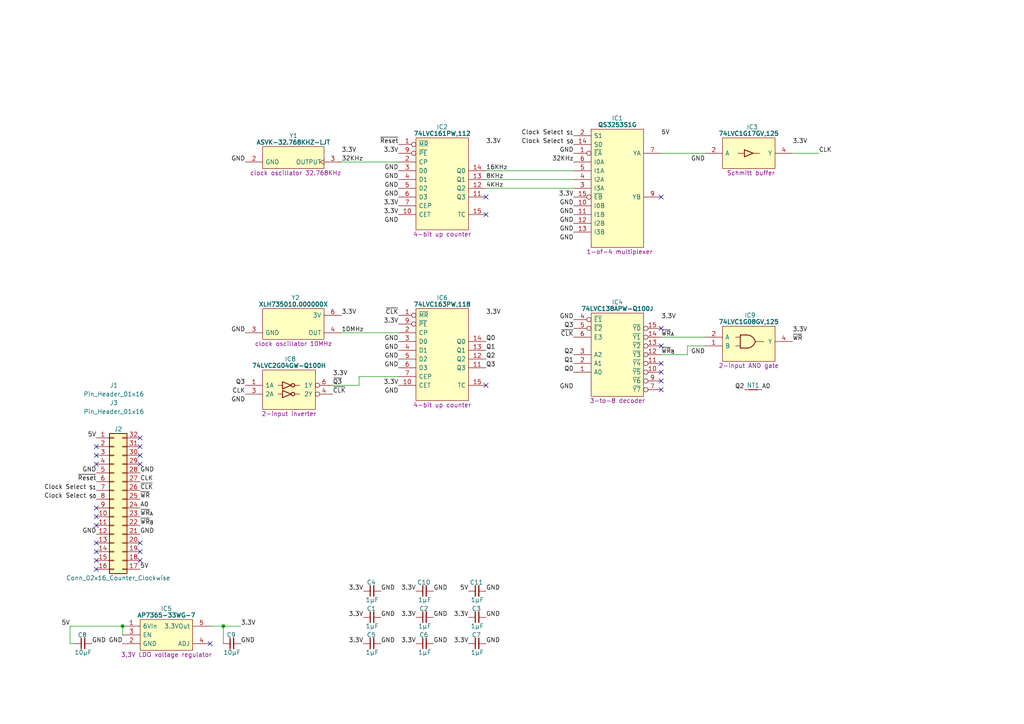
<source format=kicad_sch>
(kicad_sch
	(version 20231120)
	(generator "eeschema")
	(generator_version "8.0")
	(uuid "337b5f72-8be1-4121-9dc6-479b565482b2")
	(paper "A4")
	(title_block
		(title "Sound Clock")
		(date "2023-10-07")
		(rev "V0")
	)
	(lib_symbols
		(symbol "ABRACON:ASVK-32.768KHZ-LJT"
			(pin_names
				(offset 0.762)
			)
			(exclude_from_sim no)
			(in_bom yes)
			(on_board yes)
			(property "Reference" "Y"
				(at 13.97 5.08 0)
				(effects
					(font
						(size 1.27 1.27)
					)
				)
			)
			(property "Value" "ASVK-32.768KHZ-LJT"
				(at 13.97 3.175 0)
				(effects
					(font
						(size 1.27 1.27)
						(bold yes)
					)
				)
			)
			(property "Footprint" "SamacSys_Parts:ASVK32768KHZLJT"
				(at 25.4 -13.335 0)
				(effects
					(font
						(size 1.27 1.27)
					)
					(justify left)
					(hide yes)
				)
			)
			(property "Datasheet" "https://abracon.com/Oscillators/ASVK.pdf"
				(at 25.4 -15.875 0)
				(effects
					(font
						(size 1.27 1.27)
					)
					(justify left)
					(hide yes)
				)
			)
			(property "Description" "clock oscillator 32.768KHz"
				(at 14.605 -5.715 0)
				(effects
					(font
						(size 1.27 1.27)
					)
				)
			)
			(property "Height" "1.8"
				(at 25.4 -20.955 0)
				(effects
					(font
						(size 1.27 1.27)
					)
					(justify left)
					(hide yes)
				)
			)
			(property "Manufacturer_Name" "ABRACON"
				(at 25.4 -23.495 0)
				(effects
					(font
						(size 1.27 1.27)
					)
					(justify left)
					(hide yes)
				)
			)
			(property "Manufacturer_Part_Number" "ASVK-32.768KHZ-LJT"
				(at 25.4 -26.035 0)
				(effects
					(font
						(size 1.27 1.27)
					)
					(justify left)
					(hide yes)
				)
			)
			(property "Mouser Part Number" "815-ASVK-32.768KLJT"
				(at 25.4 -28.575 0)
				(effects
					(font
						(size 1.27 1.27)
					)
					(justify left)
					(hide yes)
				)
			)
			(property "Mouser Price/Stock" "https://www.mouser.co.uk/ProductDetail/ABRACON/ASVK-32768KHZ-LJT?qs=76dmnhCH%2FMMInyJKv8KBIA%3D%3D"
				(at 25.4 -31.115 0)
				(effects
					(font
						(size 1.27 1.27)
					)
					(justify left)
					(hide yes)
				)
			)
			(property "Silkscreen" "ASVK32768"
				(at 13.97 -8.255 0)
				(effects
					(font
						(size 1.27 1.27)
					)
					(hide yes)
				)
			)
			(property "Garbage" "32.768 kHz XO (Standard) HCMOS Oscillator 3.3V Enable/Disable 4-SMD, No Lead"
				(at 0 0 0)
				(effects
					(font
						(size 1.27 1.27)
					)
					(hide yes)
				)
			)
			(symbol "ASVK-32.768KHZ-LJT_0_0"
				(pin no_connect line
					(at 0 0 0)
					(length 5.08) hide
					(name "N.C."
						(effects
							(font
								(size 1.27 1.27)
							)
						)
					)
					(number "1"
						(effects
							(font
								(size 1.27 1.27)
							)
						)
					)
				)
				(pin passive line
					(at 0 -2.54 0)
					(length 5.08)
					(name "GND"
						(effects
							(font
								(size 1.27 1.27)
							)
						)
					)
					(number "2"
						(effects
							(font
								(size 1.27 1.27)
							)
						)
					)
				)
				(pin output clock
					(at 27.94 -2.54 180)
					(length 5.08)
					(name "OUTPUT"
						(effects
							(font
								(size 1.27 1.27)
							)
						)
					)
					(number "3"
						(effects
							(font
								(size 1.27 1.27)
							)
						)
					)
				)
				(pin passive line
					(at 27.94 0 180)
					(length 5.08) hide
					(name "3V"
						(effects
							(font
								(size 1.27 1.27)
							)
						)
					)
					(number "4"
						(effects
							(font
								(size 1.27 1.27)
							)
						)
					)
				)
			)
			(symbol "ASVK-32.768KHZ-LJT_0_1"
				(polyline
					(pts
						(xy 5.08 1.905) (xy 22.86 1.905) (xy 22.86 -4.445) (xy 5.08 -4.445) (xy 5.08 1.905)
					)
					(stroke
						(width 0.1524)
						(type default)
					)
					(fill
						(type background)
					)
				)
			)
		)
		(symbol "Connector_Generic:Conn_02x16_Counter_Clockwise"
			(pin_names
				(offset 1.016) hide)
			(exclude_from_sim no)
			(in_bom yes)
			(on_board yes)
			(property "Reference" "J"
				(at 1.27 20.32 0)
				(effects
					(font
						(size 1.27 1.27)
					)
				)
			)
			(property "Value" "Conn_02x16_Counter_Clockwise"
				(at 1.27 -22.86 0)
				(effects
					(font
						(size 1.27 1.27)
					)
				)
			)
			(property "Footprint" ""
				(at 0 0 0)
				(effects
					(font
						(size 1.27 1.27)
					)
					(hide yes)
				)
			)
			(property "Datasheet" "~"
				(at 0 0 0)
				(effects
					(font
						(size 1.27 1.27)
					)
					(hide yes)
				)
			)
			(property "Description" "Generic connector, double row, 02x16, counter clockwise pin numbering scheme (similar to DIP package numbering), script generated (kicad-library-utils/schlib/autogen/connector/)"
				(at 0 0 0)
				(effects
					(font
						(size 1.27 1.27)
					)
					(hide yes)
				)
			)
			(property "ki_keywords" "connector"
				(at 0 0 0)
				(effects
					(font
						(size 1.27 1.27)
					)
					(hide yes)
				)
			)
			(property "ki_fp_filters" "Connector*:*_2x??_*"
				(at 0 0 0)
				(effects
					(font
						(size 1.27 1.27)
					)
					(hide yes)
				)
			)
			(symbol "Conn_02x16_Counter_Clockwise_1_1"
				(rectangle
					(start -1.27 -20.193)
					(end 0 -20.447)
					(stroke
						(width 0.1524)
						(type default)
					)
					(fill
						(type none)
					)
				)
				(rectangle
					(start -1.27 -17.653)
					(end 0 -17.907)
					(stroke
						(width 0.1524)
						(type default)
					)
					(fill
						(type none)
					)
				)
				(rectangle
					(start -1.27 -15.113)
					(end 0 -15.367)
					(stroke
						(width 0.1524)
						(type default)
					)
					(fill
						(type none)
					)
				)
				(rectangle
					(start -1.27 -12.573)
					(end 0 -12.827)
					(stroke
						(width 0.1524)
						(type default)
					)
					(fill
						(type none)
					)
				)
				(rectangle
					(start -1.27 -10.033)
					(end 0 -10.287)
					(stroke
						(width 0.1524)
						(type default)
					)
					(fill
						(type none)
					)
				)
				(rectangle
					(start -1.27 -7.493)
					(end 0 -7.747)
					(stroke
						(width 0.1524)
						(type default)
					)
					(fill
						(type none)
					)
				)
				(rectangle
					(start -1.27 -4.953)
					(end 0 -5.207)
					(stroke
						(width 0.1524)
						(type default)
					)
					(fill
						(type none)
					)
				)
				(rectangle
					(start -1.27 -2.413)
					(end 0 -2.667)
					(stroke
						(width 0.1524)
						(type default)
					)
					(fill
						(type none)
					)
				)
				(rectangle
					(start -1.27 0.127)
					(end 0 -0.127)
					(stroke
						(width 0.1524)
						(type default)
					)
					(fill
						(type none)
					)
				)
				(rectangle
					(start -1.27 2.667)
					(end 0 2.413)
					(stroke
						(width 0.1524)
						(type default)
					)
					(fill
						(type none)
					)
				)
				(rectangle
					(start -1.27 5.207)
					(end 0 4.953)
					(stroke
						(width 0.1524)
						(type default)
					)
					(fill
						(type none)
					)
				)
				(rectangle
					(start -1.27 7.747)
					(end 0 7.493)
					(stroke
						(width 0.1524)
						(type default)
					)
					(fill
						(type none)
					)
				)
				(rectangle
					(start -1.27 10.287)
					(end 0 10.033)
					(stroke
						(width 0.1524)
						(type default)
					)
					(fill
						(type none)
					)
				)
				(rectangle
					(start -1.27 12.827)
					(end 0 12.573)
					(stroke
						(width 0.1524)
						(type default)
					)
					(fill
						(type none)
					)
				)
				(rectangle
					(start -1.27 15.367)
					(end 0 15.113)
					(stroke
						(width 0.1524)
						(type default)
					)
					(fill
						(type none)
					)
				)
				(rectangle
					(start -1.27 17.907)
					(end 0 17.653)
					(stroke
						(width 0.1524)
						(type default)
					)
					(fill
						(type none)
					)
				)
				(rectangle
					(start -1.27 19.05)
					(end 3.81 -21.59)
					(stroke
						(width 0.254)
						(type default)
					)
					(fill
						(type background)
					)
				)
				(rectangle
					(start 3.81 -20.193)
					(end 2.54 -20.447)
					(stroke
						(width 0.1524)
						(type default)
					)
					(fill
						(type none)
					)
				)
				(rectangle
					(start 3.81 -17.653)
					(end 2.54 -17.907)
					(stroke
						(width 0.1524)
						(type default)
					)
					(fill
						(type none)
					)
				)
				(rectangle
					(start 3.81 -15.113)
					(end 2.54 -15.367)
					(stroke
						(width 0.1524)
						(type default)
					)
					(fill
						(type none)
					)
				)
				(rectangle
					(start 3.81 -12.573)
					(end 2.54 -12.827)
					(stroke
						(width 0.1524)
						(type default)
					)
					(fill
						(type none)
					)
				)
				(rectangle
					(start 3.81 -10.033)
					(end 2.54 -10.287)
					(stroke
						(width 0.1524)
						(type default)
					)
					(fill
						(type none)
					)
				)
				(rectangle
					(start 3.81 -7.493)
					(end 2.54 -7.747)
					(stroke
						(width 0.1524)
						(type default)
					)
					(fill
						(type none)
					)
				)
				(rectangle
					(start 3.81 -4.953)
					(end 2.54 -5.207)
					(stroke
						(width 0.1524)
						(type default)
					)
					(fill
						(type none)
					)
				)
				(rectangle
					(start 3.81 -2.413)
					(end 2.54 -2.667)
					(stroke
						(width 0.1524)
						(type default)
					)
					(fill
						(type none)
					)
				)
				(rectangle
					(start 3.81 0.127)
					(end 2.54 -0.127)
					(stroke
						(width 0.1524)
						(type default)
					)
					(fill
						(type none)
					)
				)
				(rectangle
					(start 3.81 2.667)
					(end 2.54 2.413)
					(stroke
						(width 0.1524)
						(type default)
					)
					(fill
						(type none)
					)
				)
				(rectangle
					(start 3.81 5.207)
					(end 2.54 4.953)
					(stroke
						(width 0.1524)
						(type default)
					)
					(fill
						(type none)
					)
				)
				(rectangle
					(start 3.81 7.747)
					(end 2.54 7.493)
					(stroke
						(width 0.1524)
						(type default)
					)
					(fill
						(type none)
					)
				)
				(rectangle
					(start 3.81 10.287)
					(end 2.54 10.033)
					(stroke
						(width 0.1524)
						(type default)
					)
					(fill
						(type none)
					)
				)
				(rectangle
					(start 3.81 12.827)
					(end 2.54 12.573)
					(stroke
						(width 0.1524)
						(type default)
					)
					(fill
						(type none)
					)
				)
				(rectangle
					(start 3.81 15.367)
					(end 2.54 15.113)
					(stroke
						(width 0.1524)
						(type default)
					)
					(fill
						(type none)
					)
				)
				(rectangle
					(start 3.81 17.907)
					(end 2.54 17.653)
					(stroke
						(width 0.1524)
						(type default)
					)
					(fill
						(type none)
					)
				)
				(pin passive line
					(at -5.08 17.78 0)
					(length 3.81)
					(name "Pin_1"
						(effects
							(font
								(size 1.27 1.27)
							)
						)
					)
					(number "1"
						(effects
							(font
								(size 1.27 1.27)
							)
						)
					)
				)
				(pin passive line
					(at -5.08 -5.08 0)
					(length 3.81)
					(name "Pin_10"
						(effects
							(font
								(size 1.27 1.27)
							)
						)
					)
					(number "10"
						(effects
							(font
								(size 1.27 1.27)
							)
						)
					)
				)
				(pin passive line
					(at -5.08 -7.62 0)
					(length 3.81)
					(name "Pin_11"
						(effects
							(font
								(size 1.27 1.27)
							)
						)
					)
					(number "11"
						(effects
							(font
								(size 1.27 1.27)
							)
						)
					)
				)
				(pin passive line
					(at -5.08 -10.16 0)
					(length 3.81)
					(name "Pin_12"
						(effects
							(font
								(size 1.27 1.27)
							)
						)
					)
					(number "12"
						(effects
							(font
								(size 1.27 1.27)
							)
						)
					)
				)
				(pin passive line
					(at -5.08 -12.7 0)
					(length 3.81)
					(name "Pin_13"
						(effects
							(font
								(size 1.27 1.27)
							)
						)
					)
					(number "13"
						(effects
							(font
								(size 1.27 1.27)
							)
						)
					)
				)
				(pin passive line
					(at -5.08 -15.24 0)
					(length 3.81)
					(name "Pin_14"
						(effects
							(font
								(size 1.27 1.27)
							)
						)
					)
					(number "14"
						(effects
							(font
								(size 1.27 1.27)
							)
						)
					)
				)
				(pin passive line
					(at -5.08 -17.78 0)
					(length 3.81)
					(name "Pin_15"
						(effects
							(font
								(size 1.27 1.27)
							)
						)
					)
					(number "15"
						(effects
							(font
								(size 1.27 1.27)
							)
						)
					)
				)
				(pin passive line
					(at -5.08 -20.32 0)
					(length 3.81)
					(name "Pin_16"
						(effects
							(font
								(size 1.27 1.27)
							)
						)
					)
					(number "16"
						(effects
							(font
								(size 1.27 1.27)
							)
						)
					)
				)
				(pin passive line
					(at 7.62 -20.32 180)
					(length 3.81)
					(name "Pin_17"
						(effects
							(font
								(size 1.27 1.27)
							)
						)
					)
					(number "17"
						(effects
							(font
								(size 1.27 1.27)
							)
						)
					)
				)
				(pin passive line
					(at 7.62 -17.78 180)
					(length 3.81)
					(name "Pin_18"
						(effects
							(font
								(size 1.27 1.27)
							)
						)
					)
					(number "18"
						(effects
							(font
								(size 1.27 1.27)
							)
						)
					)
				)
				(pin passive line
					(at 7.62 -15.24 180)
					(length 3.81)
					(name "Pin_19"
						(effects
							(font
								(size 1.27 1.27)
							)
						)
					)
					(number "19"
						(effects
							(font
								(size 1.27 1.27)
							)
						)
					)
				)
				(pin passive line
					(at -5.08 15.24 0)
					(length 3.81)
					(name "Pin_2"
						(effects
							(font
								(size 1.27 1.27)
							)
						)
					)
					(number "2"
						(effects
							(font
								(size 1.27 1.27)
							)
						)
					)
				)
				(pin passive line
					(at 7.62 -12.7 180)
					(length 3.81)
					(name "Pin_20"
						(effects
							(font
								(size 1.27 1.27)
							)
						)
					)
					(number "20"
						(effects
							(font
								(size 1.27 1.27)
							)
						)
					)
				)
				(pin passive line
					(at 7.62 -10.16 180)
					(length 3.81)
					(name "Pin_21"
						(effects
							(font
								(size 1.27 1.27)
							)
						)
					)
					(number "21"
						(effects
							(font
								(size 1.27 1.27)
							)
						)
					)
				)
				(pin passive line
					(at 7.62 -7.62 180)
					(length 3.81)
					(name "Pin_22"
						(effects
							(font
								(size 1.27 1.27)
							)
						)
					)
					(number "22"
						(effects
							(font
								(size 1.27 1.27)
							)
						)
					)
				)
				(pin passive line
					(at 7.62 -5.08 180)
					(length 3.81)
					(name "Pin_23"
						(effects
							(font
								(size 1.27 1.27)
							)
						)
					)
					(number "23"
						(effects
							(font
								(size 1.27 1.27)
							)
						)
					)
				)
				(pin passive line
					(at 7.62 -2.54 180)
					(length 3.81)
					(name "Pin_24"
						(effects
							(font
								(size 1.27 1.27)
							)
						)
					)
					(number "24"
						(effects
							(font
								(size 1.27 1.27)
							)
						)
					)
				)
				(pin passive line
					(at 7.62 0 180)
					(length 3.81)
					(name "Pin_25"
						(effects
							(font
								(size 1.27 1.27)
							)
						)
					)
					(number "25"
						(effects
							(font
								(size 1.27 1.27)
							)
						)
					)
				)
				(pin passive line
					(at 7.62 2.54 180)
					(length 3.81)
					(name "Pin_26"
						(effects
							(font
								(size 1.27 1.27)
							)
						)
					)
					(number "26"
						(effects
							(font
								(size 1.27 1.27)
							)
						)
					)
				)
				(pin passive line
					(at 7.62 5.08 180)
					(length 3.81)
					(name "Pin_27"
						(effects
							(font
								(size 1.27 1.27)
							)
						)
					)
					(number "27"
						(effects
							(font
								(size 1.27 1.27)
							)
						)
					)
				)
				(pin passive line
					(at 7.62 7.62 180)
					(length 3.81)
					(name "Pin_28"
						(effects
							(font
								(size 1.27 1.27)
							)
						)
					)
					(number "28"
						(effects
							(font
								(size 1.27 1.27)
							)
						)
					)
				)
				(pin passive line
					(at 7.62 10.16 180)
					(length 3.81)
					(name "Pin_29"
						(effects
							(font
								(size 1.27 1.27)
							)
						)
					)
					(number "29"
						(effects
							(font
								(size 1.27 1.27)
							)
						)
					)
				)
				(pin passive line
					(at -5.08 12.7 0)
					(length 3.81)
					(name "Pin_3"
						(effects
							(font
								(size 1.27 1.27)
							)
						)
					)
					(number "3"
						(effects
							(font
								(size 1.27 1.27)
							)
						)
					)
				)
				(pin passive line
					(at 7.62 12.7 180)
					(length 3.81)
					(name "Pin_30"
						(effects
							(font
								(size 1.27 1.27)
							)
						)
					)
					(number "30"
						(effects
							(font
								(size 1.27 1.27)
							)
						)
					)
				)
				(pin passive line
					(at 7.62 15.24 180)
					(length 3.81)
					(name "Pin_31"
						(effects
							(font
								(size 1.27 1.27)
							)
						)
					)
					(number "31"
						(effects
							(font
								(size 1.27 1.27)
							)
						)
					)
				)
				(pin passive line
					(at 7.62 17.78 180)
					(length 3.81)
					(name "Pin_32"
						(effects
							(font
								(size 1.27 1.27)
							)
						)
					)
					(number "32"
						(effects
							(font
								(size 1.27 1.27)
							)
						)
					)
				)
				(pin passive line
					(at -5.08 10.16 0)
					(length 3.81)
					(name "Pin_4"
						(effects
							(font
								(size 1.27 1.27)
							)
						)
					)
					(number "4"
						(effects
							(font
								(size 1.27 1.27)
							)
						)
					)
				)
				(pin passive line
					(at -5.08 7.62 0)
					(length 3.81)
					(name "Pin_5"
						(effects
							(font
								(size 1.27 1.27)
							)
						)
					)
					(number "5"
						(effects
							(font
								(size 1.27 1.27)
							)
						)
					)
				)
				(pin passive line
					(at -5.08 5.08 0)
					(length 3.81)
					(name "Pin_6"
						(effects
							(font
								(size 1.27 1.27)
							)
						)
					)
					(number "6"
						(effects
							(font
								(size 1.27 1.27)
							)
						)
					)
				)
				(pin passive line
					(at -5.08 2.54 0)
					(length 3.81)
					(name "Pin_7"
						(effects
							(font
								(size 1.27 1.27)
							)
						)
					)
					(number "7"
						(effects
							(font
								(size 1.27 1.27)
							)
						)
					)
				)
				(pin passive line
					(at -5.08 0 0)
					(length 3.81)
					(name "Pin_8"
						(effects
							(font
								(size 1.27 1.27)
							)
						)
					)
					(number "8"
						(effects
							(font
								(size 1.27 1.27)
							)
						)
					)
				)
				(pin passive line
					(at -5.08 -2.54 0)
					(length 3.81)
					(name "Pin_9"
						(effects
							(font
								(size 1.27 1.27)
							)
						)
					)
					(number "9"
						(effects
							(font
								(size 1.27 1.27)
							)
						)
					)
				)
			)
		)
		(symbol "Diodes_Inc:AP7365-33WG-7"
			(pin_names
				(offset 0.762)
			)
			(exclude_from_sim no)
			(in_bom yes)
			(on_board yes)
			(property "Reference" "IC"
				(at 12.7 5.08 0)
				(effects
					(font
						(size 1.27 1.27)
					)
				)
			)
			(property "Value" "AP7365-33WG-7"
				(at 12.7 3.175 0)
				(effects
					(font
						(size 1.27 1.27)
						(bold yes)
					)
				)
			)
			(property "Footprint" "SamacSys_Parts:SOT95P285X130-5N"
				(at 21.59 -14.605 0)
				(effects
					(font
						(size 1.27 1.27)
					)
					(justify left)
					(hide yes)
				)
			)
			(property "Datasheet" "https://componentsearchengine.com/Datasheets/1/AP7365-33WG-7.pdf"
				(at 21.59 -17.145 0)
				(effects
					(font
						(size 1.27 1.27)
					)
					(justify left)
					(hide yes)
				)
			)
			(property "Description" "3.3V LDO voltage regulator"
				(at 12.7 -8.255 0)
				(effects
					(font
						(size 1.27 1.27)
					)
				)
			)
			(property "Height" "1.3"
				(at 21.59 -19.685 0)
				(effects
					(font
						(size 1.27 1.27)
					)
					(justify left)
					(hide yes)
				)
			)
			(property "Manufacturer_Name" "Diodes Inc."
				(at 21.59 -22.225 0)
				(effects
					(font
						(size 1.27 1.27)
					)
					(justify left)
					(hide yes)
				)
			)
			(property "Manufacturer_Part_Number" "AP7365-33WG-7"
				(at 21.59 -24.765 0)
				(effects
					(font
						(size 1.27 1.27)
					)
					(justify left)
					(hide yes)
				)
			)
			(property "Mouser Part Number" "621-AP7365-33WG-7"
				(at 21.59 -27.305 0)
				(effects
					(font
						(size 1.27 1.27)
					)
					(justify left)
					(hide yes)
				)
			)
			(property "Mouser Price/Stock" "https://www.mouser.co.uk/ProductDetail/Diodes-Incorporated/AP7365-33WG-7?qs=abZ1nkZpTuOZFvxvoFPL0w%3D%3D"
				(at 21.59 -29.845 0)
				(effects
					(font
						(size 1.27 1.27)
					)
					(justify left)
					(hide yes)
				)
			)
			(property "Arrow Part Number" "AP7365-33WG-7"
				(at 21.59 -32.385 0)
				(effects
					(font
						(size 1.27 1.27)
					)
					(justify left)
					(hide yes)
				)
			)
			(property "Arrow Price/Stock" "https://www.arrow.com/en/products/ap7365-33wg-7/diodes-incorporated?region=nac"
				(at 21.59 -34.925 0)
				(effects
					(font
						(size 1.27 1.27)
					)
					(justify left)
					(hide yes)
				)
			)
			(property "Silkscreen" "AP7365"
				(at 21.59 -12.065 0)
				(effects
					(font
						(size 1.27 1.27)
					)
					(justify left)
					(hide yes)
				)
			)
			(symbol "AP7365-33WG-7_0_0"
				(pin passive line
					(at 0 -5.08 0)
					(length 5.08)
					(name "GND"
						(effects
							(font
								(size 1.27 1.27)
							)
						)
					)
					(number "2"
						(effects
							(font
								(size 1.27 1.27)
							)
						)
					)
				)
				(pin input line
					(at 0 -2.54 0)
					(length 5.08)
					(name "EN"
						(effects
							(font
								(size 1.27 1.27)
							)
						)
					)
					(number "3"
						(effects
							(font
								(size 1.27 1.27)
							)
						)
					)
				)
				(pin passive line
					(at 25.4 -5.08 180)
					(length 5.08)
					(name "ADJ"
						(effects
							(font
								(size 1.27 1.27)
							)
						)
					)
					(number "4"
						(effects
							(font
								(size 1.27 1.27)
							)
						)
					)
				)
			)
			(symbol "AP7365-33WG-7_0_1"
				(polyline
					(pts
						(xy 5.08 1.905) (xy 20.32 1.905) (xy 20.32 -6.985) (xy 5.08 -6.985) (xy 5.08 1.905)
					)
					(stroke
						(width 0)
						(type default)
					)
					(fill
						(type background)
					)
				)
			)
			(symbol "AP7365-33WG-7_1_0"
				(pin passive line
					(at 0 0 0)
					(length 5.08)
					(name "6VIn"
						(effects
							(font
								(size 1.27 1.27)
							)
						)
					)
					(number "1"
						(effects
							(font
								(size 1.27 1.27)
							)
						)
					)
				)
				(pin passive line
					(at 25.4 0 180)
					(length 5.08)
					(name "3.3VOut"
						(effects
							(font
								(size 1.27 1.27)
							)
						)
					)
					(number "5"
						(effects
							(font
								(size 1.27 1.27)
							)
						)
					)
				)
			)
		)
		(symbol "HCP65:C_0805"
			(pin_numbers hide)
			(pin_names
				(offset 0.254) hide)
			(exclude_from_sim no)
			(in_bom yes)
			(on_board yes)
			(property "Reference" "C"
				(at 2.286 2.54 0)
				(effects
					(font
						(size 1.27 1.27)
					)
				)
			)
			(property "Value" "?μF"
				(at 2.54 -2.54 0)
				(effects
					(font
						(size 1.27 1.27)
					)
				)
			)
			(property "Footprint" "SamacSys_Parts:C_0805"
				(at 16.764 -7.62 0)
				(effects
					(font
						(size 1.27 1.27)
					)
					(hide yes)
				)
			)
			(property "Datasheet" ""
				(at 2.2225 0.3175 90)
				(effects
					(font
						(size 1.27 1.27)
					)
					(hide yes)
				)
			)
			(property "Description" ""
				(at 0 0 0)
				(effects
					(font
						(size 1.27 1.27)
					)
					(hide yes)
				)
			)
			(property "ki_keywords" "capacitor cap"
				(at 0 0 0)
				(effects
					(font
						(size 1.27 1.27)
					)
					(hide yes)
				)
			)
			(property "ki_fp_filters" "C_*"
				(at 0 0 0)
				(effects
					(font
						(size 1.27 1.27)
					)
					(hide yes)
				)
			)
			(symbol "C_0805_0_1"
				(polyline
					(pts
						(xy 1.9685 -1.4605) (xy 1.9685 1.5875)
					)
					(stroke
						(width 0.3048)
						(type default)
					)
					(fill
						(type none)
					)
				)
				(polyline
					(pts
						(xy 2.9845 -1.4605) (xy 2.9845 1.5875)
					)
					(stroke
						(width 0.3302)
						(type default)
					)
					(fill
						(type none)
					)
				)
			)
			(symbol "C_0805_1_1"
				(pin passive line
					(at 0 0 0)
					(length 2.032)
					(name "~"
						(effects
							(font
								(size 1.27 1.27)
							)
						)
					)
					(number "1"
						(effects
							(font
								(size 1.27 1.27)
							)
						)
					)
				)
				(pin passive line
					(at 5.08 0 180)
					(length 2.032)
					(name "~"
						(effects
							(font
								(size 1.27 1.27)
							)
						)
					)
					(number "2"
						(effects
							(font
								(size 1.27 1.27)
							)
						)
					)
				)
			)
		)
		(symbol "HCP65:NetTie"
			(pin_numbers hide)
			(pin_names hide)
			(exclude_from_sim no)
			(in_bom yes)
			(on_board yes)
			(property "Reference" "NT"
				(at 2.54 1.27 0)
				(effects
					(font
						(size 1.27 1.27)
					)
				)
			)
			(property "Value" "NetTie"
				(at 2.54 -1.27 0)
				(effects
					(font
						(size 1.27 1.27)
					)
					(hide yes)
				)
			)
			(property "Footprint" "SamacSys_Parts:NetTie:NetTie-2_SMD_Pad0.5mm"
				(at 20.955 -6.985 0)
				(effects
					(font
						(size 1.27 1.27)
					)
					(hide yes)
				)
			)
			(property "Datasheet" ""
				(at 2.54 1.27 0)
				(effects
					(font
						(size 1.27 1.27)
					)
					(hide yes)
				)
			)
			(property "Description" ""
				(at 0 0 0)
				(effects
					(font
						(size 1.27 1.27)
					)
					(hide yes)
				)
			)
			(symbol "NetTie_0_1"
				(polyline
					(pts
						(xy 1.27 0) (xy 3.81 0)
					)
					(stroke
						(width 0.254)
						(type default)
					)
					(fill
						(type none)
					)
				)
			)
			(symbol "NetTie_1_1"
				(pin passive line
					(at 0 0 0)
					(length 2.54)
					(name "1"
						(effects
							(font
								(size 1.27 1.27)
							)
						)
					)
					(number "1"
						(effects
							(font
								(size 1.27 1.27)
							)
						)
					)
				)
				(pin passive line
					(at 5.08 0 180)
					(length 2.54)
					(name "2"
						(effects
							(font
								(size 1.27 1.27)
							)
						)
					)
					(number "2"
						(effects
							(font
								(size 1.27 1.27)
							)
						)
					)
				)
			)
		)
		(symbol "HCP65:Pin_Header_01x32"
			(pin_names
				(offset 1.016) hide)
			(exclude_from_sim no)
			(in_bom yes)
			(on_board yes)
			(property "Reference" "J"
				(at 0 1.27 0)
				(effects
					(font
						(size 1.27 1.27)
					)
				)
			)
			(property "Value" "Pin_Header_01x32"
				(at 0 -1.27 0)
				(effects
					(font
						(size 1.27 1.27)
					)
				)
			)
			(property "Footprint" "SamacSys_Parts:PinHeader_1x32_P2.54mm_Vertical"
				(at 0 -3.81 0)
				(effects
					(font
						(size 1.27 1.27)
					)
					(hide yes)
				)
			)
			(property "Datasheet" "~"
				(at -5.08 0 0)
				(effects
					(font
						(size 1.27 1.27)
					)
					(hide yes)
				)
			)
			(property "Description" ""
				(at 0 0 0)
				(effects
					(font
						(size 1.27 1.27)
					)
					(hide yes)
				)
			)
			(property "ki_fp_filters" "Connector*:*_1x??_*"
				(at 0 0 0)
				(effects
					(font
						(size 1.27 1.27)
					)
					(hide yes)
				)
			)
		)
		(symbol "Nexperia:74LVC138APW-Q100J"
			(pin_names
				(offset 0.762)
			)
			(exclude_from_sim no)
			(in_bom yes)
			(on_board yes)
			(property "Reference" "IC"
				(at 12.7 3.175 0)
				(effects
					(font
						(size 1.27 1.27)
					)
				)
			)
			(property "Value" "74LVC138APW-Q100J"
				(at 12.7 1.27 0)
				(effects
					(font
						(size 1.27 1.27)
						(bold yes)
					)
				)
			)
			(property "Footprint" "SamacSys_Parts:SOP65P640X110-16N"
				(at 29.21 -31.115 0)
				(effects
					(font
						(size 1.27 1.27)
					)
					(justify left)
					(hide yes)
				)
			)
			(property "Datasheet" "https://assets.nexperia.com/documents/data-sheet/74LVC138A_Q100.pdf"
				(at 29.21 -33.655 0)
				(effects
					(font
						(size 1.27 1.27)
					)
					(justify left)
					(hide yes)
				)
			)
			(property "Description" "3-to-8 decoder"
				(at 12.7 -25.4 0)
				(effects
					(font
						(size 1.27 1.27)
					)
				)
			)
			(property "Height" "1.1"
				(at 29.21 -38.735 0)
				(effects
					(font
						(size 1.27 1.27)
					)
					(justify left)
					(hide yes)
				)
			)
			(property "Mouser Part Number" "771-74LVC138APWQ100J"
				(at 29.21 -41.275 0)
				(effects
					(font
						(size 1.27 1.27)
					)
					(justify left)
					(hide yes)
				)
			)
			(property "Mouser Price/Stock" "https://www.mouser.co.uk/ProductDetail/Nexperia/74LVC138APW-Q100J?qs=fi7yB2oewZnXKE82xo%252BhJQ%3D%3D"
				(at 29.21 -43.815 0)
				(effects
					(font
						(size 1.27 1.27)
					)
					(justify left)
					(hide yes)
				)
			)
			(property "Manufacturer_Name" "Nexperia"
				(at 29.21 -46.355 0)
				(effects
					(font
						(size 1.27 1.27)
					)
					(justify left)
					(hide yes)
				)
			)
			(property "Manufacturer_Part_Number" "74LVC138APW-Q100J"
				(at 29.21 -48.895 0)
				(effects
					(font
						(size 1.27 1.27)
					)
					(justify left)
					(hide yes)
				)
			)
			(property "Silkscreen" "74LVC138"
				(at 29.21 -36.195 0)
				(effects
					(font
						(size 1.27 1.27)
					)
					(justify left)
					(hide yes)
				)
			)
			(symbol "74LVC138APW-Q100J_0_0"
				(pin input line
					(at 0 -17.145 0)
					(length 5.08)
					(name "A0"
						(effects
							(font
								(size 1.27 1.27)
							)
						)
					)
					(number "1"
						(effects
							(font
								(size 1.27 1.27)
							)
						)
					)
				)
				(pin output inverted
					(at 25.4 -17.145 180)
					(length 5.08)
					(name "~{Y5}"
						(effects
							(font
								(size 1.27 1.27)
							)
						)
					)
					(number "10"
						(effects
							(font
								(size 1.27 1.27)
							)
						)
					)
				)
				(pin output inverted
					(at 25.4 -14.605 180)
					(length 5.08)
					(name "~{Y4}"
						(effects
							(font
								(size 1.27 1.27)
							)
						)
					)
					(number "11"
						(effects
							(font
								(size 1.27 1.27)
							)
						)
					)
				)
				(pin output inverted
					(at 25.4 -12.065 180)
					(length 5.08)
					(name "~{Y3}"
						(effects
							(font
								(size 1.27 1.27)
							)
						)
					)
					(number "12"
						(effects
							(font
								(size 1.27 1.27)
							)
						)
					)
				)
				(pin output inverted
					(at 25.4 -9.525 180)
					(length 5.08)
					(name "~{Y2}"
						(effects
							(font
								(size 1.27 1.27)
							)
						)
					)
					(number "13"
						(effects
							(font
								(size 1.27 1.27)
							)
						)
					)
				)
				(pin output inverted
					(at 25.4 -6.985 180)
					(length 5.08)
					(name "~{Y1}"
						(effects
							(font
								(size 1.27 1.27)
							)
						)
					)
					(number "14"
						(effects
							(font
								(size 1.27 1.27)
							)
						)
					)
				)
				(pin output inverted
					(at 25.4 -4.445 180)
					(length 5.08)
					(name "~{Y0}"
						(effects
							(font
								(size 1.27 1.27)
							)
						)
					)
					(number "15"
						(effects
							(font
								(size 1.27 1.27)
							)
						)
					)
				)
				(pin passive line
					(at 25.4 -1.905 180)
					(length 5.08) hide
					(name "3V"
						(effects
							(font
								(size 1.27 1.27)
							)
						)
					)
					(number "16"
						(effects
							(font
								(size 1.27 1.27)
							)
						)
					)
				)
				(pin input line
					(at 0 -14.605 0)
					(length 5.08)
					(name "A1"
						(effects
							(font
								(size 1.27 1.27)
							)
						)
					)
					(number "2"
						(effects
							(font
								(size 1.27 1.27)
							)
						)
					)
				)
				(pin input line
					(at 0 -12.065 0)
					(length 5.08)
					(name "A2"
						(effects
							(font
								(size 1.27 1.27)
							)
						)
					)
					(number "3"
						(effects
							(font
								(size 1.27 1.27)
							)
						)
					)
				)
				(pin input line
					(at 0 -6.985 0)
					(length 5.08)
					(name "E3"
						(effects
							(font
								(size 1.27 1.27)
							)
						)
					)
					(number "6"
						(effects
							(font
								(size 1.27 1.27)
							)
						)
					)
				)
				(pin output inverted
					(at 25.4 -22.225 180)
					(length 5.08)
					(name "~{Y7}"
						(effects
							(font
								(size 1.27 1.27)
							)
						)
					)
					(number "7"
						(effects
							(font
								(size 1.27 1.27)
							)
						)
					)
				)
				(pin passive line
					(at 0 -22.225 0)
					(length 5.08) hide
					(name "GND"
						(effects
							(font
								(size 1.27 1.27)
							)
						)
					)
					(number "8"
						(effects
							(font
								(size 1.27 1.27)
							)
						)
					)
				)
				(pin output inverted
					(at 25.4 -19.685 180)
					(length 5.08)
					(name "~{Y6}"
						(effects
							(font
								(size 1.27 1.27)
							)
						)
					)
					(number "9"
						(effects
							(font
								(size 1.27 1.27)
							)
						)
					)
				)
			)
			(symbol "74LVC138APW-Q100J_0_1"
				(polyline
					(pts
						(xy 5.08 0) (xy 20.32 0) (xy 20.32 -24.13) (xy 5.08 -24.13) (xy 5.08 0)
					)
					(stroke
						(width 0.1524)
						(type default)
					)
					(fill
						(type background)
					)
				)
			)
			(symbol "74LVC138APW-Q100J_1_0"
				(pin input inverted
					(at 0 -1.905 0)
					(length 5.08)
					(name "~{E1}"
						(effects
							(font
								(size 1.27 1.27)
							)
						)
					)
					(number "4"
						(effects
							(font
								(size 1.27 1.27)
							)
						)
					)
				)
				(pin input inverted
					(at 0 -4.445 0)
					(length 5.08)
					(name "~{E2}"
						(effects
							(font
								(size 1.27 1.27)
							)
						)
					)
					(number "5"
						(effects
							(font
								(size 1.27 1.27)
							)
						)
					)
				)
			)
		)
		(symbol "Nexperia:74LVC161PW,112"
			(pin_names
				(offset 0.762)
			)
			(exclude_from_sim no)
			(in_bom yes)
			(on_board yes)
			(property "Reference" "IC"
				(at 12.7 5.08 0)
				(effects
					(font
						(size 1.27 1.27)
					)
				)
			)
			(property "Value" "74LVC161PW,112"
				(at 12.7 3.175 0)
				(effects
					(font
						(size 1.27 1.27)
						(bold yes)
					)
				)
			)
			(property "Footprint" "SamacSys_Parts:SOP65P640X110-16N"
				(at 22.86 -40.005 0)
				(effects
					(font
						(size 1.27 1.27)
					)
					(justify left)
					(hide yes)
				)
			)
			(property "Datasheet" "https://assets.nexperia.com/documents/data-sheet/74LVC161.pdf"
				(at 22.86 -42.545 0)
				(effects
					(font
						(size 1.27 1.27)
					)
					(justify left)
					(hide yes)
				)
			)
			(property "Description" "4-bit up counter"
				(at 12.7 -26.035 0)
				(effects
					(font
						(size 1.27 1.27)
					)
				)
			)
			(property "Height" "1.1"
				(at 22.86 -47.625 0)
				(effects
					(font
						(size 1.27 1.27)
					)
					(justify left)
					(hide yes)
				)
			)
			(property "Mouser Part Number" "771-LVC161PW112"
				(at 22.86 -50.165 0)
				(effects
					(font
						(size 1.27 1.27)
					)
					(justify left)
					(hide yes)
				)
			)
			(property "Mouser Price/Stock" "https://www.mouser.co.uk/ProductDetail/Nexperia/74LVC161PW112?qs=me8TqzrmIYXBQ64YL7POQw%3D%3D"
				(at 22.86 -52.705 0)
				(effects
					(font
						(size 1.27 1.27)
					)
					(justify left)
					(hide yes)
				)
			)
			(property "Manufacturer_Name" "Nexperia"
				(at 22.86 -45.085 0)
				(effects
					(font
						(size 1.27 1.27)
					)
					(justify left)
					(hide yes)
				)
			)
			(property "Manufacturer_Part_Number" "74LVC161PW,112"
				(at 22.86 -57.785 0)
				(effects
					(font
						(size 1.27 1.27)
					)
					(justify left)
					(hide yes)
				)
			)
			(property "Silkscreen" "74LVC161"
				(at 12.7 -27.94 0)
				(effects
					(font
						(size 1.27 1.27)
					)
					(hide yes)
				)
			)
			(property "Garbage" "74LVC161 - Presettable synchronous 4-bit binary counter; asynchronous reset@en-us"
				(at 0 0 0)
				(effects
					(font
						(size 1.27 1.27)
					)
					(hide yes)
				)
			)
			(symbol "74LVC161PW,112_0_0"
				(pin input inverted
					(at 0 0 0)
					(length 5.08)
					(name "~{MR}"
						(effects
							(font
								(size 1.27 1.27)
							)
						)
					)
					(number "1"
						(effects
							(font
								(size 1.27 1.27)
							)
						)
					)
				)
				(pin input line
					(at 0 -20.32 0)
					(length 5.08)
					(name "CET"
						(effects
							(font
								(size 1.27 1.27)
							)
						)
					)
					(number "10"
						(effects
							(font
								(size 1.27 1.27)
							)
						)
					)
				)
				(pin output line
					(at 25.4 -15.24 180)
					(length 5.08)
					(name "Q3"
						(effects
							(font
								(size 1.27 1.27)
							)
						)
					)
					(number "11"
						(effects
							(font
								(size 1.27 1.27)
							)
						)
					)
				)
				(pin output line
					(at 25.4 -12.7 180)
					(length 5.08)
					(name "Q2"
						(effects
							(font
								(size 1.27 1.27)
							)
						)
					)
					(number "12"
						(effects
							(font
								(size 1.27 1.27)
							)
						)
					)
				)
				(pin output line
					(at 25.4 -10.16 180)
					(length 5.08)
					(name "Q1"
						(effects
							(font
								(size 1.27 1.27)
							)
						)
					)
					(number "13"
						(effects
							(font
								(size 1.27 1.27)
							)
						)
					)
				)
				(pin output line
					(at 25.4 -7.62 180)
					(length 5.08)
					(name "Q0"
						(effects
							(font
								(size 1.27 1.27)
							)
						)
					)
					(number "14"
						(effects
							(font
								(size 1.27 1.27)
							)
						)
					)
				)
				(pin output line
					(at 25.4 -20.32 180)
					(length 5.08)
					(name "TC"
						(effects
							(font
								(size 1.27 1.27)
							)
						)
					)
					(number "15"
						(effects
							(font
								(size 1.27 1.27)
							)
						)
					)
				)
				(pin passive line
					(at 25.4 0 180)
					(length 5.08) hide
					(name "3V"
						(effects
							(font
								(size 1.27 1.27)
							)
						)
					)
					(number "16"
						(effects
							(font
								(size 1.27 1.27)
							)
						)
					)
				)
				(pin input line
					(at 0 -5.08 0)
					(length 5.08)
					(name "CP"
						(effects
							(font
								(size 1.27 1.27)
							)
						)
					)
					(number "2"
						(effects
							(font
								(size 1.27 1.27)
							)
						)
					)
				)
				(pin input line
					(at 0 -7.62 0)
					(length 5.08)
					(name "D0"
						(effects
							(font
								(size 1.27 1.27)
							)
						)
					)
					(number "3"
						(effects
							(font
								(size 1.27 1.27)
							)
						)
					)
				)
				(pin input line
					(at 0 -10.16 0)
					(length 5.08)
					(name "D1"
						(effects
							(font
								(size 1.27 1.27)
							)
						)
					)
					(number "4"
						(effects
							(font
								(size 1.27 1.27)
							)
						)
					)
				)
				(pin input line
					(at 0 -12.7 0)
					(length 5.08)
					(name "D2"
						(effects
							(font
								(size 1.27 1.27)
							)
						)
					)
					(number "5"
						(effects
							(font
								(size 1.27 1.27)
							)
						)
					)
				)
				(pin input line
					(at 0 -15.24 0)
					(length 5.08)
					(name "D3"
						(effects
							(font
								(size 1.27 1.27)
							)
						)
					)
					(number "6"
						(effects
							(font
								(size 1.27 1.27)
							)
						)
					)
				)
				(pin input line
					(at 0 -17.78 0)
					(length 5.08)
					(name "CEP"
						(effects
							(font
								(size 1.27 1.27)
							)
						)
					)
					(number "7"
						(effects
							(font
								(size 1.27 1.27)
							)
						)
					)
				)
				(pin passive line
					(at 0 -22.86 0)
					(length 5.08) hide
					(name "GND"
						(effects
							(font
								(size 1.27 1.27)
							)
						)
					)
					(number "8"
						(effects
							(font
								(size 1.27 1.27)
							)
						)
					)
				)
				(pin input inverted
					(at 0 -2.54 0)
					(length 5.08)
					(name "~{PE}"
						(effects
							(font
								(size 1.27 1.27)
							)
						)
					)
					(number "9"
						(effects
							(font
								(size 1.27 1.27)
							)
						)
					)
				)
			)
			(symbol "74LVC161PW,112_0_1"
				(polyline
					(pts
						(xy 5.08 1.905) (xy 20.32 1.905) (xy 20.32 -24.765) (xy 5.08 -24.765) (xy 5.08 1.905)
					)
					(stroke
						(width 0.1524)
						(type default)
					)
					(fill
						(type background)
					)
				)
			)
		)
		(symbol "Nexperia:74LVC163PW,118"
			(pin_names
				(offset 0.762)
			)
			(exclude_from_sim no)
			(in_bom yes)
			(on_board yes)
			(property "Reference" "IC"
				(at 12.7 5.08 0)
				(effects
					(font
						(size 1.27 1.27)
					)
				)
			)
			(property "Value" "74LVC163PW,118"
				(at 12.7 3.175 0)
				(effects
					(font
						(size 1.27 1.27)
						(bold yes)
					)
				)
			)
			(property "Footprint" "SamacSys_Parts:SOP65P640X110-16N"
				(at 36.83 -20.32 0)
				(effects
					(font
						(size 1.27 1.27)
					)
					(justify left)
					(hide yes)
				)
			)
			(property "Datasheet" "https://assets.nexperia.com/documents/data-sheet/74LVC163.pdf"
				(at 36.83 -22.86 0)
				(effects
					(font
						(size 1.27 1.27)
					)
					(justify left)
					(hide yes)
				)
			)
			(property "Description" "4-bit up counter"
				(at 12.7 -26.035 0)
				(effects
					(font
						(size 1.27 1.27)
					)
				)
			)
			(property "Height" "1.1"
				(at 36.83 -27.94 0)
				(effects
					(font
						(size 1.27 1.27)
					)
					(justify left)
					(hide yes)
				)
			)
			(property "Mouser Part Number" "771-74LVC163PW-T"
				(at 36.83 -30.48 0)
				(effects
					(font
						(size 1.27 1.27)
					)
					(justify left)
					(hide yes)
				)
			)
			(property "Mouser Price/Stock" "https://www.mouser.co.uk/ProductDetail/Nexperia/74LVC163PW118?qs=me8TqzrmIYUWRf9xrCNBjw%3D%3D"
				(at 36.83 -33.02 0)
				(effects
					(font
						(size 1.27 1.27)
					)
					(justify left)
					(hide yes)
				)
			)
			(property "Manufacturer_Name" "Nexperia"
				(at 36.83 -25.4 0)
				(effects
					(font
						(size 1.27 1.27)
					)
					(justify left)
					(hide yes)
				)
			)
			(property "Manufacturer_Part_Number" "74LVC163PW,118"
				(at 36.83 -38.1 0)
				(effects
					(font
						(size 1.27 1.27)
					)
					(justify left)
					(hide yes)
				)
			)
			(property "Silkscreen" "74LVC163"
				(at 12.7 -27.94 0)
				(effects
					(font
						(size 1.27 1.27)
					)
					(hide yes)
				)
			)
			(property "Garbage" "74LVC163 - Presettable synchronous 4-bit binary counter; synchronous reset@en-us"
				(at 0 0 0)
				(effects
					(font
						(size 1.27 1.27)
					)
					(hide yes)
				)
			)
			(symbol "74LVC163PW,118_0_0"
				(pin input inverted
					(at 0 0 0)
					(length 5.08)
					(name "~{MR}"
						(effects
							(font
								(size 1.27 1.27)
							)
						)
					)
					(number "1"
						(effects
							(font
								(size 1.27 1.27)
							)
						)
					)
				)
				(pin input line
					(at 0 -20.32 0)
					(length 5.08)
					(name "CET"
						(effects
							(font
								(size 1.27 1.27)
							)
						)
					)
					(number "10"
						(effects
							(font
								(size 1.27 1.27)
							)
						)
					)
				)
				(pin output line
					(at 25.4 -15.24 180)
					(length 5.08)
					(name "Q3"
						(effects
							(font
								(size 1.27 1.27)
							)
						)
					)
					(number "11"
						(effects
							(font
								(size 1.27 1.27)
							)
						)
					)
				)
				(pin output line
					(at 25.4 -12.7 180)
					(length 5.08)
					(name "Q2"
						(effects
							(font
								(size 1.27 1.27)
							)
						)
					)
					(number "12"
						(effects
							(font
								(size 1.27 1.27)
							)
						)
					)
				)
				(pin output line
					(at 25.4 -10.16 180)
					(length 5.08)
					(name "Q1"
						(effects
							(font
								(size 1.27 1.27)
							)
						)
					)
					(number "13"
						(effects
							(font
								(size 1.27 1.27)
							)
						)
					)
				)
				(pin output line
					(at 25.4 -7.62 180)
					(length 5.08)
					(name "Q0"
						(effects
							(font
								(size 1.27 1.27)
							)
						)
					)
					(number "14"
						(effects
							(font
								(size 1.27 1.27)
							)
						)
					)
				)
				(pin output line
					(at 25.4 -20.32 180)
					(length 5.08)
					(name "TC"
						(effects
							(font
								(size 1.27 1.27)
							)
						)
					)
					(number "15"
						(effects
							(font
								(size 1.27 1.27)
							)
						)
					)
				)
				(pin passive line
					(at 25.4 0 180)
					(length 5.08) hide
					(name "3V"
						(effects
							(font
								(size 1.27 1.27)
							)
						)
					)
					(number "16"
						(effects
							(font
								(size 1.27 1.27)
							)
						)
					)
				)
				(pin input line
					(at 0 -5.08 0)
					(length 5.08)
					(name "CP"
						(effects
							(font
								(size 1.27 1.27)
							)
						)
					)
					(number "2"
						(effects
							(font
								(size 1.27 1.27)
							)
						)
					)
				)
				(pin input line
					(at 0 -7.62 0)
					(length 5.08)
					(name "D0"
						(effects
							(font
								(size 1.27 1.27)
							)
						)
					)
					(number "3"
						(effects
							(font
								(size 1.27 1.27)
							)
						)
					)
				)
				(pin input line
					(at 0 -10.16 0)
					(length 5.08)
					(name "D1"
						(effects
							(font
								(size 1.27 1.27)
							)
						)
					)
					(number "4"
						(effects
							(font
								(size 1.27 1.27)
							)
						)
					)
				)
				(pin input line
					(at 0 -12.7 0)
					(length 5.08)
					(name "D2"
						(effects
							(font
								(size 1.27 1.27)
							)
						)
					)
					(number "5"
						(effects
							(font
								(size 1.27 1.27)
							)
						)
					)
				)
				(pin input line
					(at 0 -15.24 0)
					(length 5.08)
					(name "D3"
						(effects
							(font
								(size 1.27 1.27)
							)
						)
					)
					(number "6"
						(effects
							(font
								(size 1.27 1.27)
							)
						)
					)
				)
				(pin input line
					(at 0 -17.78 0)
					(length 5.08)
					(name "CEP"
						(effects
							(font
								(size 1.27 1.27)
							)
						)
					)
					(number "7"
						(effects
							(font
								(size 1.27 1.27)
							)
						)
					)
				)
				(pin passive line
					(at 0 -22.86 0)
					(length 5.08) hide
					(name "GND"
						(effects
							(font
								(size 1.27 1.27)
							)
						)
					)
					(number "8"
						(effects
							(font
								(size 1.27 1.27)
							)
						)
					)
				)
				(pin input inverted
					(at 0 -2.54 0)
					(length 5.08)
					(name "~{PE}"
						(effects
							(font
								(size 1.27 1.27)
							)
						)
					)
					(number "9"
						(effects
							(font
								(size 1.27 1.27)
							)
						)
					)
				)
			)
			(symbol "74LVC163PW,118_0_1"
				(polyline
					(pts
						(xy 5.08 1.905) (xy 20.32 1.905) (xy 20.32 -24.765) (xy 5.08 -24.765) (xy 5.08 1.905)
					)
					(stroke
						(width 0.1524)
						(type default)
					)
					(fill
						(type background)
					)
				)
			)
		)
		(symbol "Nexperia:74LVC1G08GV,125"
			(pin_names
				(offset 0.762)
			)
			(exclude_from_sim no)
			(in_bom yes)
			(on_board yes)
			(property "Reference" "IC"
				(at 11.43 6.35 0)
				(effects
					(font
						(size 1.27 1.27)
					)
					(justify left)
				)
			)
			(property "Value" "74LVC1G08GV,125"
				(at 12.7 4.445 0)
				(effects
					(font
						(size 1.27 1.27)
						(bold yes)
					)
				)
			)
			(property "Footprint" "SamacSys_Parts:SOT95P275X110-5N"
				(at 24.13 -12.065 0)
				(effects
					(font
						(size 1.27 1.27)
					)
					(justify left)
					(hide yes)
				)
			)
			(property "Datasheet" "https://assets.nexperia.com/documents/data-sheet/74LVC1G08.pdf"
				(at 24.13 -14.605 0)
				(effects
					(font
						(size 1.27 1.27)
					)
					(justify left)
					(hide yes)
				)
			)
			(property "Description" "2-input AND gate"
				(at 12.7 -8.255 0)
				(effects
					(font
						(size 1.27 1.27)
					)
				)
			)
			(property "Height" "1.1"
				(at 24.13 -19.685 0)
				(effects
					(font
						(size 1.27 1.27)
					)
					(justify left)
					(hide yes)
				)
			)
			(property "Manufacturer_Name" "Nexperia"
				(at 24.13 -22.225 0)
				(effects
					(font
						(size 1.27 1.27)
					)
					(justify left)
					(hide yes)
				)
			)
			(property "Manufacturer_Part_Number" "74LVC1G08GV,125"
				(at 24.13 -24.765 0)
				(effects
					(font
						(size 1.27 1.27)
					)
					(justify left)
					(hide yes)
				)
			)
			(property "Mouser Part Number" "771-74LVC1G08GV"
				(at 24.13 -27.305 0)
				(effects
					(font
						(size 1.27 1.27)
					)
					(justify left)
					(hide yes)
				)
			)
			(property "Mouser Price/Stock" "https://www.mouser.co.uk/ProductDetail/Nexperia/74LVC1G08GV125?qs=me8TqzrmIYXEnurJEPZc7A%3D%3D"
				(at 24.13 -29.845 0)
				(effects
					(font
						(size 1.27 1.27)
					)
					(justify left)
					(hide yes)
				)
			)
			(property "Arrow Part Number" "74LVC1G08GV,125"
				(at 24.13 -32.385 0)
				(effects
					(font
						(size 1.27 1.27)
					)
					(justify left)
					(hide yes)
				)
			)
			(property "Arrow Price/Stock" "https://www.arrow.com/en/products/74lvc1g08gv125/nexperia"
				(at 24.13 -34.925 0)
				(effects
					(font
						(size 1.27 1.27)
					)
					(justify left)
					(hide yes)
				)
			)
			(property "Silkscreen" "'1G08"
				(at 24.13 -17.145 0)
				(effects
					(font
						(size 1.27 1.27)
					)
					(justify left)
					(hide yes)
				)
			)
			(symbol "74LVC1G08GV,125_0_0"
				(pin input line
					(at 0 -2.54 0)
					(length 5.08)
					(name "B"
						(effects
							(font
								(size 1.27 1.27)
							)
						)
					)
					(number "1"
						(effects
							(font
								(size 1.27 1.27)
							)
						)
					)
				)
				(pin input line
					(at 0 0 0)
					(length 5.08)
					(name "A"
						(effects
							(font
								(size 1.27 1.27)
							)
						)
					)
					(number "2"
						(effects
							(font
								(size 1.27 1.27)
							)
						)
					)
				)
				(pin passive line
					(at 0 -5.08 0)
					(length 5.08) hide
					(name "GND"
						(effects
							(font
								(size 1.27 1.27)
							)
						)
					)
					(number "3"
						(effects
							(font
								(size 1.27 1.27)
							)
						)
					)
				)
				(pin output line
					(at 25.4 -1.27 180)
					(length 5.08)
					(name "Y"
						(effects
							(font
								(size 1.27 1.27)
							)
						)
					)
					(number "4"
						(effects
							(font
								(size 1.27 1.27)
							)
						)
					)
				)
				(pin passive line
					(at 25.4 1.27 180)
					(length 5.08) hide
					(name "3V"
						(effects
							(font
								(size 1.27 1.27)
							)
						)
					)
					(number "5"
						(effects
							(font
								(size 1.27 1.27)
							)
						)
					)
				)
			)
			(symbol "74LVC1G08GV,125_0_1"
				(polyline
					(pts
						(xy 8.89 -2.54) (xy 10.1599 -2.54)
					)
					(stroke
						(width 0)
						(type default)
					)
					(fill
						(type none)
					)
				)
				(polyline
					(pts
						(xy 8.89 0) (xy 10.1599 0)
					)
					(stroke
						(width 0)
						(type default)
					)
					(fill
						(type none)
					)
				)
				(polyline
					(pts
						(xy 10.248 0.635) (xy 10.248 -3.175)
					)
					(stroke
						(width 0.254)
						(type default)
					)
					(fill
						(type background)
					)
				)
				(polyline
					(pts
						(xy 12.065 -3.175) (xy 10.248 -3.175)
					)
					(stroke
						(width 0.254)
						(type default)
					)
					(fill
						(type background)
					)
				)
				(polyline
					(pts
						(xy 12.065 0.635) (xy 10.248 0.635)
					)
					(stroke
						(width 0.254)
						(type default)
					)
					(fill
						(type background)
					)
				)
				(polyline
					(pts
						(xy 14.605 -1.27) (xy 17.145 -1.27)
					)
					(stroke
						(width 0)
						(type default)
					)
					(fill
						(type none)
					)
				)
				(polyline
					(pts
						(xy 5.08 3.175) (xy 20.32 3.175) (xy 20.32 -6.985) (xy 5.08 -6.985) (xy 5.08 3.175)
					)
					(stroke
						(width 0.1524)
						(type default)
					)
					(fill
						(type background)
					)
				)
				(arc
					(start 12.065 -3.175)
					(mid 13.6634 -2.6604)
					(end 14.605 -1.27)
					(stroke
						(width 0.254)
						(type default)
					)
					(fill
						(type none)
					)
				)
				(arc
					(start 14.605 -1.27)
					(mid 13.6644 0.1222)
					(end 12.065 0.635)
					(stroke
						(width 0.254)
						(type default)
					)
					(fill
						(type none)
					)
				)
			)
		)
		(symbol "Nexperia:74LVC1G17GV,125"
			(pin_names
				(offset 0.762)
			)
			(exclude_from_sim no)
			(in_bom yes)
			(on_board yes)
			(property "Reference" "IC"
				(at 12.065 7.62 0)
				(effects
					(font
						(size 1.27 1.27)
					)
					(justify left)
				)
			)
			(property "Value" "74LVC1G17GV,125"
				(at 12.7 5.715 0)
				(effects
					(font
						(size 1.27 1.27)
						(bold yes)
					)
				)
			)
			(property "Footprint" "SamacSys_Parts:SOT95P275X110-5N"
				(at 18.415 -13.97 0)
				(effects
					(font
						(size 1.27 1.27)
					)
					(justify left)
					(hide yes)
				)
			)
			(property "Datasheet" "https://assets.nexperia.com/documents/data-sheet/74LVC1G17.pdf"
				(at 18.415 -16.51 0)
				(effects
					(font
						(size 1.27 1.27)
					)
					(justify left)
					(hide yes)
				)
			)
			(property "Description" "Schmitt buffer"
				(at 13.335 -5.715 0)
				(effects
					(font
						(size 1.27 1.27)
					)
				)
			)
			(property "Height" "1.1"
				(at 18.415 -21.59 0)
				(effects
					(font
						(size 1.27 1.27)
					)
					(justify left)
					(hide yes)
				)
			)
			(property "Manufacturer_Name" "Nexperia"
				(at 18.415 -24.13 0)
				(effects
					(font
						(size 1.27 1.27)
					)
					(justify left)
					(hide yes)
				)
			)
			(property "Manufacturer_Part_Number" "74LVC1G17GV,125"
				(at 18.415 -26.67 0)
				(effects
					(font
						(size 1.27 1.27)
					)
					(justify left)
					(hide yes)
				)
			)
			(property "Mouser Part Number" "771-LVC1G17GV125"
				(at 18.415 -29.21 0)
				(effects
					(font
						(size 1.27 1.27)
					)
					(justify left)
					(hide yes)
				)
			)
			(property "Mouser Price/Stock" "https://www.mouser.co.uk/ProductDetail/Nexperia/74LVC1G17GV125?qs=me8TqzrmIYX3DxU5Fpa8sQ%3D%3D"
				(at 18.415 -31.75 0)
				(effects
					(font
						(size 1.27 1.27)
					)
					(justify left)
					(hide yes)
				)
			)
			(property "Silkscreen" "'1G17"
				(at 18.415 -19.05 0)
				(effects
					(font
						(size 1.27 1.27)
					)
					(justify left)
					(hide yes)
				)
			)
			(property "Garbage" "74LVC1G17 - Single Schmitt trigger buffer@en-us"
				(at 0 0 0)
				(effects
					(font
						(size 1.27 1.27)
					)
					(hide yes)
				)
			)
			(symbol "74LVC1G17GV,125_0_0"
				(pin no_connect line
					(at 0 2.54 0)
					(length 5.08) hide
					(name "n.c."
						(effects
							(font
								(size 1.27 1.27)
							)
						)
					)
					(number "1"
						(effects
							(font
								(size 1.27 1.27)
							)
						)
					)
				)
				(pin input line
					(at 0 0 0)
					(length 5.08)
					(name "A"
						(effects
							(font
								(size 1.27 1.27)
							)
						)
					)
					(number "2"
						(effects
							(font
								(size 1.27 1.27)
							)
						)
					)
				)
				(pin passive line
					(at 0 -2.54 0)
					(length 5.08) hide
					(name "GND"
						(effects
							(font
								(size 1.27 1.27)
							)
						)
					)
					(number "3"
						(effects
							(font
								(size 1.27 1.27)
							)
						)
					)
				)
				(pin passive line
					(at 25.4 0 180)
					(length 5.08)
					(name "Y"
						(effects
							(font
								(size 1.27 1.27)
							)
						)
					)
					(number "4"
						(effects
							(font
								(size 1.27 1.27)
							)
						)
					)
				)
				(pin passive line
					(at 25.4 2.54 180)
					(length 5.08) hide
					(name "3V"
						(effects
							(font
								(size 1.27 1.27)
							)
						)
					)
					(number "5"
						(effects
							(font
								(size 1.27 1.27)
							)
						)
					)
				)
			)
			(symbol "74LVC1G17GV,125_0_1"
				(polyline
					(pts
						(xy 9.525 0) (xy 11.43 0)
					)
					(stroke
						(width 0)
						(type default)
					)
					(fill
						(type none)
					)
				)
				(polyline
					(pts
						(xy 13.97 0) (xy 15.875 0)
					)
					(stroke
						(width 0)
						(type default)
					)
					(fill
						(type none)
					)
				)
				(polyline
					(pts
						(xy 11.43 -1.016) (xy 13.97 0) (xy 11.43 1.016)
					)
					(stroke
						(width 0.254)
						(type default)
					)
					(fill
						(type none)
					)
				)
				(polyline
					(pts
						(xy 5.08 4.445) (xy 20.32 4.445) (xy 20.32 -4.445) (xy 5.08 -4.445) (xy 5.08 4.445)
					)
					(stroke
						(width 0.1524)
						(type default)
					)
					(fill
						(type background)
					)
				)
				(rectangle
					(start 11.43 1.016)
					(end 11.43 -1.016)
					(stroke
						(width 0.254)
						(type default)
					)
					(fill
						(type background)
					)
				)
			)
		)
		(symbol "Nexperia:74LVC2G04GW-Q100H"
			(pin_names
				(offset 0.762)
			)
			(exclude_from_sim no)
			(in_bom yes)
			(on_board yes)
			(property "Reference" "IC"
				(at 11.43 7.62 0)
				(effects
					(font
						(size 1.27 1.27)
					)
					(justify left)
				)
			)
			(property "Value" "74LVC2G04GW-Q100H"
				(at 12.7 5.715 0)
				(effects
					(font
						(size 1.27 1.27)
						(bold yes)
					)
				)
			)
			(property "Footprint" "SamacSys_Parts:SOP65P210X110-6N"
				(at 21.59 -12.065 0)
				(effects
					(font
						(size 1.27 1.27)
					)
					(justify left)
					(hide yes)
				)
			)
			(property "Datasheet" "https://assets.nexperia.com/documents/data-sheet/74LVC2G04_Q100.pdf"
				(at 21.59 -14.605 0)
				(effects
					(font
						(size 1.27 1.27)
					)
					(justify left)
					(hide yes)
				)
			)
			(property "Description" "2-input inverter"
				(at 12.7 -8.255 0)
				(effects
					(font
						(size 1.27 1.27)
					)
				)
			)
			(property "Height" "1.1"
				(at 21.59 -19.685 0)
				(effects
					(font
						(size 1.27 1.27)
					)
					(justify left)
					(hide yes)
				)
			)
			(property "Manufacturer_Name" "Nexperia"
				(at 21.59 -22.225 0)
				(effects
					(font
						(size 1.27 1.27)
					)
					(justify left)
					(hide yes)
				)
			)
			(property "Manufacturer_Part_Number" "74LVC2G04GW-Q100H"
				(at 21.59 -24.765 0)
				(effects
					(font
						(size 1.27 1.27)
					)
					(justify left)
					(hide yes)
				)
			)
			(property "Mouser Part Number" "771-74LVC2G04GWQ100H"
				(at 21.59 -27.305 0)
				(effects
					(font
						(size 1.27 1.27)
					)
					(justify left)
					(hide yes)
				)
			)
			(property "Mouser Price/Stock" "https://www.mouser.co.uk/ProductDetail/Nexperia/74LVC2G04GW-Q100H?qs=Yna0arPQ0CQTXbBDVSrZqQ%3D%3D"
				(at 21.59 -29.845 0)
				(effects
					(font
						(size 1.27 1.27)
					)
					(justify left)
					(hide yes)
				)
			)
			(property "Silkscreen" "'2G04"
				(at 12.7 -10.16 0)
				(effects
					(font
						(size 1.27 1.27)
					)
					(hide yes)
				)
			)
			(property "Garbage" "74LVC2G04-Q100 - Dual inverter@en-us"
				(at 0 0 0)
				(effects
					(font
						(size 1.27 1.27)
					)
					(hide yes)
				)
			)
			(symbol "74LVC2G04GW-Q100H_0_0"
				(pin input line
					(at 0 0 0)
					(length 5.08)
					(name "1A"
						(effects
							(font
								(size 1.27 1.27)
							)
						)
					)
					(number "1"
						(effects
							(font
								(size 1.27 1.27)
							)
						)
					)
				)
				(pin passive line
					(at 0 -5.08 0)
					(length 5.08) hide
					(name "GND"
						(effects
							(font
								(size 1.27 1.27)
							)
						)
					)
					(number "2"
						(effects
							(font
								(size 1.27 1.27)
							)
						)
					)
				)
				(pin input line
					(at 0 -2.54 0)
					(length 5.08)
					(name "2A"
						(effects
							(font
								(size 1.27 1.27)
							)
						)
					)
					(number "3"
						(effects
							(font
								(size 1.27 1.27)
							)
						)
					)
				)
				(pin output inverted
					(at 25.4 -2.54 180)
					(length 5.08)
					(name "2Y"
						(effects
							(font
								(size 1.27 1.27)
							)
						)
					)
					(number "4"
						(effects
							(font
								(size 1.27 1.27)
							)
						)
					)
				)
				(pin passive line
					(at 25.4 2.54 180)
					(length 5.08) hide
					(name "3V"
						(effects
							(font
								(size 1.27 1.27)
							)
						)
					)
					(number "5"
						(effects
							(font
								(size 1.27 1.27)
							)
						)
					)
				)
				(pin output inverted
					(at 25.4 0 180)
					(length 5.08)
					(name "1Y"
						(effects
							(font
								(size 1.27 1.27)
							)
						)
					)
					(number "6"
						(effects
							(font
								(size 1.27 1.27)
							)
						)
					)
				)
			)
			(symbol "74LVC2G04GW-Q100H_0_1"
				(polyline
					(pts
						(xy 9.525 -2.54) (xy 10.7949 -2.54)
					)
					(stroke
						(width 0)
						(type default)
					)
					(fill
						(type none)
					)
				)
				(polyline
					(pts
						(xy 9.525 0) (xy 10.7949 0)
					)
					(stroke
						(width 0)
						(type default)
					)
					(fill
						(type none)
					)
				)
				(polyline
					(pts
						(xy 14.351 -2.54) (xy 15.875 -2.54)
					)
					(stroke
						(width 0)
						(type default)
					)
					(fill
						(type none)
					)
				)
				(polyline
					(pts
						(xy 14.351 0) (xy 15.875 0)
					)
					(stroke
						(width 0)
						(type default)
					)
					(fill
						(type none)
					)
				)
				(polyline
					(pts
						(xy 10.795 -3.556) (xy 13.335 -2.54) (xy 10.795 -1.524)
					)
					(stroke
						(width 0.254)
						(type default)
					)
					(fill
						(type none)
					)
				)
				(polyline
					(pts
						(xy 10.795 -1.016) (xy 13.335 0) (xy 10.795 1.016)
					)
					(stroke
						(width 0.254)
						(type default)
					)
					(fill
						(type none)
					)
				)
				(polyline
					(pts
						(xy 5.08 4.445) (xy 20.32 4.445) (xy 20.32 -6.985) (xy 5.08 -6.985) (xy 5.08 4.445)
					)
					(stroke
						(width 0.1524)
						(type default)
					)
					(fill
						(type background)
					)
				)
				(rectangle
					(start 10.795 -1.524)
					(end 10.795 -3.556)
					(stroke
						(width 0.254)
						(type default)
					)
					(fill
						(type background)
					)
				)
				(rectangle
					(start 10.795 1.016)
					(end 10.795 -1.016)
					(stroke
						(width 0.254)
						(type default)
					)
					(fill
						(type background)
					)
				)
				(circle
					(center 13.843 -2.54)
					(radius 0.508)
					(stroke
						(width 0.254)
						(type default)
					)
					(fill
						(type none)
					)
				)
				(circle
					(center 13.843 0)
					(radius 0.508)
					(stroke
						(width 0.254)
						(type default)
					)
					(fill
						(type none)
					)
				)
			)
		)
		(symbol "Renesas:QS3253S1G"
			(pin_names
				(offset 0.762)
			)
			(exclude_from_sim no)
			(in_bom yes)
			(on_board yes)
			(property "Reference" "IC"
				(at 12.7 5.08 0)
				(effects
					(font
						(size 1.27 1.27)
					)
				)
			)
			(property "Value" "QS3253S1G"
				(at 12.7 3.175 0)
				(effects
					(font
						(size 1.27 1.27)
						(bold yes)
					)
				)
			)
			(property "Footprint" "SamacSys_Parts:SOIC127P602X173-16N"
				(at 22.86 -38.1 0)
				(effects
					(font
						(size 1.27 1.27)
					)
					(justify left)
					(hide yes)
				)
			)
			(property "Datasheet" "https://www.renesas.com/us/en/products/memory-logic/bus-switch/50v-quickswitch/qs3253-high-speed-cmos-quickswitch-dual-41-muxdemux"
				(at 22.86 -40.64 0)
				(effects
					(font
						(size 1.27 1.27)
					)
					(justify left)
					(hide yes)
				)
			)
			(property "Description" "1-of-4 multiplexer"
				(at 13.335 -33.655 0)
				(effects
					(font
						(size 1.27 1.27)
					)
				)
			)
			(property "Height" "1.727"
				(at 22.86 -45.72 0)
				(effects
					(font
						(size 1.27 1.27)
					)
					(justify left)
					(hide yes)
				)
			)
			(property "Manufacturer_Name" "Renesas Electronics"
				(at 22.86 -48.26 0)
				(effects
					(font
						(size 1.27 1.27)
					)
					(justify left)
					(hide yes)
				)
			)
			(property "Manufacturer_Part_Number" "QS3253S1G"
				(at 22.86 -50.8 0)
				(effects
					(font
						(size 1.27 1.27)
					)
					(justify left)
					(hide yes)
				)
			)
			(property "Mouser Part Number" ""
				(at 21.59 -12.7 0)
				(effects
					(font
						(size 1.27 1.27)
					)
					(justify left)
					(hide yes)
				)
			)
			(property "Mouser Price/Stock" ""
				(at 21.59 -15.24 0)
				(effects
					(font
						(size 1.27 1.27)
					)
					(justify left)
					(hide yes)
				)
			)
			(property "Silkscreen" "QS3253S"
				(at 12.065 -35.56 0)
				(effects
					(font
						(size 1.27 1.27)
					)
					(hide yes)
				)
			)
			(property "Garbage" "High-Speed CMOS QuickSwitch Dual 4:1 Mux/Demux"
				(at 0 0 0)
				(effects
					(font
						(size 1.27 1.27)
					)
					(hide yes)
				)
			)
			(symbol "QS3253S1G_0_0"
				(pin input line
					(at 0 -20.32 0)
					(length 5.08)
					(name "I0B"
						(effects
							(font
								(size 1.27 1.27)
							)
						)
					)
					(number "10"
						(effects
							(font
								(size 1.27 1.27)
							)
						)
					)
				)
				(pin input line
					(at 0 -22.86 0)
					(length 5.08)
					(name "I1B"
						(effects
							(font
								(size 1.27 1.27)
							)
						)
					)
					(number "11"
						(effects
							(font
								(size 1.27 1.27)
							)
						)
					)
				)
				(pin input line
					(at 0 -25.4 0)
					(length 5.08)
					(name "I2B"
						(effects
							(font
								(size 1.27 1.27)
							)
						)
					)
					(number "12"
						(effects
							(font
								(size 1.27 1.27)
							)
						)
					)
				)
				(pin input line
					(at 0 -27.94 0)
					(length 5.08)
					(name "I3B"
						(effects
							(font
								(size 1.27 1.27)
							)
						)
					)
					(number "13"
						(effects
							(font
								(size 1.27 1.27)
							)
						)
					)
				)
				(pin input line
					(at 0 -2.54 0)
					(length 5.08)
					(name "S0"
						(effects
							(font
								(size 1.27 1.27)
							)
						)
					)
					(number "14"
						(effects
							(font
								(size 1.27 1.27)
							)
						)
					)
				)
				(pin input line
					(at 0 0 0)
					(length 5.08)
					(name "S1"
						(effects
							(font
								(size 1.27 1.27)
							)
						)
					)
					(number "2"
						(effects
							(font
								(size 1.27 1.27)
							)
						)
					)
				)
				(pin input line
					(at 0 -15.24 0)
					(length 5.08)
					(name "I3A"
						(effects
							(font
								(size 1.27 1.27)
							)
						)
					)
					(number "3"
						(effects
							(font
								(size 1.27 1.27)
							)
						)
					)
				)
				(pin input line
					(at 0 -12.7 0)
					(length 5.08)
					(name "I2A"
						(effects
							(font
								(size 1.27 1.27)
							)
						)
					)
					(number "4"
						(effects
							(font
								(size 1.27 1.27)
							)
						)
					)
				)
				(pin input line
					(at 0 -10.16 0)
					(length 5.08)
					(name "I1A"
						(effects
							(font
								(size 1.27 1.27)
							)
						)
					)
					(number "5"
						(effects
							(font
								(size 1.27 1.27)
							)
						)
					)
				)
				(pin input line
					(at 0 -7.62 0)
					(length 5.08)
					(name "I0A"
						(effects
							(font
								(size 1.27 1.27)
							)
						)
					)
					(number "6"
						(effects
							(font
								(size 1.27 1.27)
							)
						)
					)
				)
				(pin output line
					(at 25.4 -5.08 180)
					(length 5.08)
					(name "YA"
						(effects
							(font
								(size 1.27 1.27)
							)
						)
					)
					(number "7"
						(effects
							(font
								(size 1.27 1.27)
							)
						)
					)
				)
				(pin output line
					(at 25.4 -17.78 180)
					(length 5.08)
					(name "YB"
						(effects
							(font
								(size 1.27 1.27)
							)
						)
					)
					(number "9"
						(effects
							(font
								(size 1.27 1.27)
							)
						)
					)
				)
			)
			(symbol "QS3253S1G_0_1"
				(polyline
					(pts
						(xy 5.08 1.905) (xy 20.32 1.905) (xy 20.32 -32.385) (xy 5.08 -32.385) (xy 5.08 1.905)
					)
					(stroke
						(width 0.1524)
						(type default)
					)
					(fill
						(type background)
					)
				)
			)
			(symbol "QS3253S1G_1_0"
				(pin input inverted
					(at 0 -5.08 0)
					(length 5.08)
					(name "~{EA}"
						(effects
							(font
								(size 1.27 1.27)
							)
						)
					)
					(number "1"
						(effects
							(font
								(size 1.27 1.27)
							)
						)
					)
				)
				(pin input inverted
					(at 0 -17.78 0)
					(length 5.08)
					(name "~{EB}"
						(effects
							(font
								(size 1.27 1.27)
							)
						)
					)
					(number "15"
						(effects
							(font
								(size 1.27 1.27)
							)
						)
					)
				)
				(pin passive line
					(at 25.4 0 180)
					(length 5.08) hide
					(name "5V"
						(effects
							(font
								(size 1.27 1.27)
							)
						)
					)
					(number "16"
						(effects
							(font
								(size 1.27 1.27)
							)
						)
					)
				)
				(pin passive line
					(at 0 -30.48 0)
					(length 5.08) hide
					(name "GND"
						(effects
							(font
								(size 1.27 1.27)
							)
						)
					)
					(number "8"
						(effects
							(font
								(size 1.27 1.27)
							)
						)
					)
				)
			)
		)
		(symbol "Renesas:XLH735010.000000X"
			(pin_names
				(offset 0.762)
			)
			(exclude_from_sim no)
			(in_bom yes)
			(on_board yes)
			(property "Reference" "Y"
				(at 14.605 5.08 0)
				(effects
					(font
						(size 1.27 1.27)
					)
				)
			)
			(property "Value" "XLH735010.000000X"
				(at 13.97 3.175 0)
				(effects
					(font
						(size 1.27 1.27)
						(bold yes)
					)
				)
			)
			(property "Footprint" "SamacSys_Parts:XLH735100000000I"
				(at 13.97 -10.16 0)
				(effects
					(font
						(size 1.27 1.27)
					)
					(hide yes)
				)
			)
			(property "Datasheet" "https://www.mouser.co.za/datasheet/2/698/REN_XL_Crystal_Oscillators_Datasheet_DST_20220111-1954959.pdf"
				(at 18.415 -16.51 0)
				(effects
					(font
						(size 1.27 1.27)
					)
					(justify left)
					(hide yes)
				)
			)
			(property "Description" "clock oscillator 10MHz"
				(at 13.97 -8.255 0)
				(effects
					(font
						(size 1.27 1.27)
					)
				)
			)
			(property "Height" "1.45"
				(at 18.415 -21.59 0)
				(effects
					(font
						(size 1.27 1.27)
					)
					(justify left)
					(hide yes)
				)
			)
			(property "Manufacturer_Name" "IDT"
				(at 18.415 -24.13 0)
				(effects
					(font
						(size 1.27 1.27)
					)
					(justify left)
					(hide yes)
				)
			)
			(property "Manufacturer_Part_Number" "XLH735010.000000X"
				(at 18.415 -26.67 0)
				(effects
					(font
						(size 1.27 1.27)
					)
					(justify left)
					(hide yes)
				)
			)
			(property "Mouser Part Number" "972-XLH735010000000X"
				(at 18.415 -29.21 0)
				(effects
					(font
						(size 1.27 1.27)
					)
					(justify left)
					(hide yes)
				)
			)
			(property "Mouser Price/Stock" "https://www.mouser.com/Search/Refine.aspx?Keyword=972-XLH735010000000X"
				(at 18.415 -31.75 0)
				(effects
					(font
						(size 1.27 1.27)
					)
					(justify left)
					(hide yes)
				)
			)
			(property "Silkscreen" "XLH735010"
				(at 24.13 -34.29 0)
				(effects
					(font
						(size 1.27 1.27)
					)
					(hide yes)
				)
			)
			(property "Garbage" "Standard Clock Oscillators 10 MHz, HCMOS 3.3V, 50 ppm"
				(at 0 0 0)
				(effects
					(font
						(size 1.27 1.27)
					)
					(hide yes)
				)
			)
			(symbol "XLH735010.000000X_0_0"
				(pin no_connect line
					(at 0 0 0)
					(length 5.08) hide
					(name "E/D"
						(effects
							(font
								(size 1.27 1.27)
							)
						)
					)
					(number "1"
						(effects
							(font
								(size 1.27 1.27)
							)
						)
					)
				)
				(pin no_connect line
					(at 0 -2.54 0)
					(length 5.08) hide
					(name "NC"
						(effects
							(font
								(size 1.27 1.27)
							)
						)
					)
					(number "2"
						(effects
							(font
								(size 1.27 1.27)
							)
						)
					)
				)
				(pin output line
					(at 27.94 -5.08 180)
					(length 5.08)
					(name "OUT"
						(effects
							(font
								(size 1.27 1.27)
							)
						)
					)
					(number "4"
						(effects
							(font
								(size 1.27 1.27)
							)
						)
					)
				)
				(pin no_connect line
					(at 27.94 -2.54 180)
					(length 5.08) hide
					(name "OUT2"
						(effects
							(font
								(size 1.27 1.27)
							)
						)
					)
					(number "5"
						(effects
							(font
								(size 1.27 1.27)
							)
						)
					)
				)
			)
			(symbol "XLH735010.000000X_0_1"
				(polyline
					(pts
						(xy 5.08 1.905) (xy 22.86 1.905) (xy 22.86 -6.985) (xy 5.08 -6.985) (xy 5.08 1.905)
					)
					(stroke
						(width 0.1524)
						(type default)
					)
					(fill
						(type background)
					)
				)
			)
			(symbol "XLH735010.000000X_1_0"
				(pin passive line
					(at 0 -5.08 0)
					(length 5.08)
					(name "GND"
						(effects
							(font
								(size 1.27 1.27)
							)
						)
					)
					(number "3"
						(effects
							(font
								(size 1.27 1.27)
							)
						)
					)
				)
				(pin passive line
					(at 27.94 0 180)
					(length 5.08)
					(name "3V"
						(effects
							(font
								(size 1.27 1.27)
							)
						)
					)
					(number "6"
						(effects
							(font
								(size 1.27 1.27)
							)
						)
					)
				)
			)
		)
	)
	(junction
		(at 35.56 181.61)
		(diameter 0)
		(color 0 0 0 0)
		(uuid "413af9fc-5730-4581-bcd6-4066802553e7")
	)
	(junction
		(at 64.77 181.61)
		(diameter 0)
		(color 0 0 0 0)
		(uuid "b483095b-b3f1-413b-bfdc-dd45b3a6b7a0")
	)
	(no_connect
		(at 40.64 127)
		(uuid "0d953337-a7e0-4fa3-9c88-4ddfa7aa0a39")
	)
	(no_connect
		(at 40.64 132.08)
		(uuid "16c8de98-70f7-4c31-9e10-08d146254365")
	)
	(no_connect
		(at 40.64 160.02)
		(uuid "1750e49d-58bb-4acd-9f47-1a5d3a64bdfb")
	)
	(no_connect
		(at 140.97 111.76)
		(uuid "1c39070d-2f0e-458d-a234-64026d0ef4d2")
	)
	(no_connect
		(at 60.96 186.69)
		(uuid "2acb9f61-7e35-41b1-ad56-ec6ab018021d")
	)
	(no_connect
		(at 27.94 162.56)
		(uuid "2cf7866d-0055-4fd1-bd82-dd82a291e0ea")
	)
	(no_connect
		(at 27.94 149.86)
		(uuid "2f9029e4-bcf7-4503-a134-5a075d1852b7")
	)
	(no_connect
		(at 140.97 57.15)
		(uuid "307b7b7a-81e0-47af-85da-0235623d9523")
	)
	(no_connect
		(at 27.94 134.62)
		(uuid "32920d3d-be38-438c-be28-3584f0b27653")
	)
	(no_connect
		(at 140.97 62.23)
		(uuid "3b0afa50-9394-4d82-84f7-36fdcb5df987")
	)
	(no_connect
		(at 191.77 113.03)
		(uuid "46cfe815-b0a9-4075-99fa-7226c7cca801")
	)
	(no_connect
		(at 27.94 165.1)
		(uuid "58a7024a-0f78-4e5d-b8a4-8e0b649ce9a5")
	)
	(no_connect
		(at 191.77 105.41)
		(uuid "6aa257dc-e625-439c-a4b0-5fc2258baa26")
	)
	(no_connect
		(at 27.94 160.02)
		(uuid "990dc7f6-a411-42ab-a621-a372ef81185b")
	)
	(no_connect
		(at 27.94 147.32)
		(uuid "a07341e5-a439-472e-9431-61e9a5ebf4d8")
	)
	(no_connect
		(at 40.64 129.54)
		(uuid "a10feb7f-750b-4a0b-aa6c-0422e4619610")
	)
	(no_connect
		(at 40.64 162.56)
		(uuid "a1c18fcb-6f7b-4bac-a29b-b4c40dc0d65d")
	)
	(no_connect
		(at 27.94 152.4)
		(uuid "aab61736-982e-4d8e-b8da-defe059cd82b")
	)
	(no_connect
		(at 27.94 129.54)
		(uuid "ad4564f5-4206-4dd8-b47b-8b005963ae9a")
	)
	(no_connect
		(at 191.77 107.95)
		(uuid "c19d9db7-39ab-4206-a39b-e107d3622368")
	)
	(no_connect
		(at 191.77 57.15)
		(uuid "c230126b-8813-4daf-87e5-6ba7ca0341de")
	)
	(no_connect
		(at 40.64 134.62)
		(uuid "cbb425f4-b35a-4871-91ed-7c8ff4a6b325")
	)
	(no_connect
		(at 40.64 157.48)
		(uuid "ced4f2c4-9e02-446b-ac06-b6b993e0dda7")
	)
	(no_connect
		(at 27.94 132.08)
		(uuid "d599fb32-85db-4b0f-8313-96ad499d7dff")
	)
	(no_connect
		(at 191.77 110.49)
		(uuid "e299d996-dadb-4398-848e-9ebf93077cdc")
	)
	(no_connect
		(at 27.94 157.48)
		(uuid "eb0184fd-ba98-4427-a15b-dc6ae068245f")
	)
	(no_connect
		(at 191.77 95.25)
		(uuid "f8295ca8-2865-4918-a935-6e369ea1a024")
	)
	(no_connect
		(at 191.77 100.33)
		(uuid "f8d57b9b-d1f8-4402-aa08-a44233b15d9f")
	)
	(wire
		(pts
			(xy 99.06 96.52) (xy 115.57 96.52)
		)
		(stroke
			(width 0)
			(type default)
		)
		(uuid "1c2b7931-ec50-4ce1-b2be-989764cec02d")
	)
	(wire
		(pts
			(xy 229.87 44.45) (xy 237.49 44.45)
		)
		(stroke
			(width 0)
			(type default)
		)
		(uuid "2539f277-d889-4d71-ac43-72a6a3ac3243")
	)
	(wire
		(pts
			(xy 64.77 186.69) (xy 64.77 181.61)
		)
		(stroke
			(width 0)
			(type default)
		)
		(uuid "26219dd1-99de-4424-b167-2c7dcb1ebc12")
	)
	(wire
		(pts
			(xy 199.39 102.87) (xy 199.39 100.33)
		)
		(stroke
			(width 0)
			(type default)
		)
		(uuid "336b24f0-d063-4fd0-86d0-82bc6393bf2c")
	)
	(wire
		(pts
			(xy 104.14 109.22) (xy 104.14 111.76)
		)
		(stroke
			(width 0)
			(type default)
		)
		(uuid "4d8e6a84-98ec-4e49-bfc9-d4d66f43d25f")
	)
	(wire
		(pts
			(xy 20.32 181.61) (xy 35.56 181.61)
		)
		(stroke
			(width 0)
			(type default)
		)
		(uuid "4ebb928e-f2be-4f76-aabe-4749c3ffc63f")
	)
	(wire
		(pts
			(xy 99.06 46.99) (xy 115.57 46.99)
		)
		(stroke
			(width 0)
			(type default)
		)
		(uuid "56e34a8f-492b-4e03-8162-02808ec6e86e")
	)
	(wire
		(pts
			(xy 35.56 181.61) (xy 35.56 184.15)
		)
		(stroke
			(width 0)
			(type default)
		)
		(uuid "6bcd95ff-6a51-4ead-aa6a-628fdc2cc852")
	)
	(wire
		(pts
			(xy 140.97 49.53) (xy 166.37 49.53)
		)
		(stroke
			(width 0)
			(type default)
		)
		(uuid "7e9065e9-2745-43fb-9891-4edcf236b536")
	)
	(wire
		(pts
			(xy 204.47 97.79) (xy 191.77 97.79)
		)
		(stroke
			(width 0)
			(type default)
		)
		(uuid "84c1a15e-acf6-4f95-b6d5-9d94febd5412")
	)
	(wire
		(pts
			(xy 104.14 109.22) (xy 115.57 109.22)
		)
		(stroke
			(width 0)
			(type default)
		)
		(uuid "9f649cfb-16aa-441e-bb70-22a379560e96")
	)
	(wire
		(pts
			(xy 191.77 44.45) (xy 204.47 44.45)
		)
		(stroke
			(width 0)
			(type default)
		)
		(uuid "9fae8b93-e222-4a94-837f-6c261b50b75c")
	)
	(wire
		(pts
			(xy 60.96 181.61) (xy 64.77 181.61)
		)
		(stroke
			(width 0)
			(type default)
		)
		(uuid "a70da8ac-e087-4b2c-bb48-900e71135de0")
	)
	(wire
		(pts
			(xy 140.97 52.07) (xy 166.37 52.07)
		)
		(stroke
			(width 0)
			(type default)
		)
		(uuid "bb1b4440-aff9-4c10-85c1-4d6cdd09ccac")
	)
	(wire
		(pts
			(xy 140.97 54.61) (xy 166.37 54.61)
		)
		(stroke
			(width 0)
			(type default)
		)
		(uuid "bf853159-c5c2-489e-abc2-cf2857e25239")
	)
	(wire
		(pts
			(xy 20.32 181.61) (xy 20.32 186.69)
		)
		(stroke
			(width 0)
			(type default)
		)
		(uuid "c80f7ae1-0cda-4c1a-bbb5-9092aef6711c")
	)
	(wire
		(pts
			(xy 199.39 100.33) (xy 204.47 100.33)
		)
		(stroke
			(width 0)
			(type default)
		)
		(uuid "d6a064fc-4a31-41f8-ad01-e367f0032ec4")
	)
	(wire
		(pts
			(xy 191.77 102.87) (xy 199.39 102.87)
		)
		(stroke
			(width 0)
			(type default)
		)
		(uuid "d9366049-272d-4457-8d04-77341402a6ef")
	)
	(wire
		(pts
			(xy 20.32 186.69) (xy 21.59 186.69)
		)
		(stroke
			(width 0)
			(type default)
		)
		(uuid "ec59795c-0268-4c6a-8915-70f48d7fb95b")
	)
	(wire
		(pts
			(xy 96.52 111.76) (xy 104.14 111.76)
		)
		(stroke
			(width 0)
			(type default)
		)
		(uuid "f279899e-d5f0-4397-9e86-f7789ee1ddba")
	)
	(wire
		(pts
			(xy 64.77 181.61) (xy 69.85 181.61)
		)
		(stroke
			(width 0)
			(type default)
		)
		(uuid "f5a44683-1946-4e2a-9349-8f328e411edc")
	)
	(label "~{CLK}"
		(at 40.64 142.24 0)
		(fields_autoplaced yes)
		(effects
			(font
				(size 1.27 1.27)
			)
			(justify left bottom)
		)
		(uuid "01cfca13-39e3-4100-84ef-f58b3fc56c85")
	)
	(label "3.3V"
		(at 115.57 93.98 180)
		(fields_autoplaced yes)
		(effects
			(font
				(size 1.27 1.27)
			)
			(justify right bottom)
		)
		(uuid "01f7e31c-18eb-461e-9077-1ee69cf16d28")
	)
	(label "GND"
		(at 166.37 67.31 180)
		(fields_autoplaced yes)
		(effects
			(font
				(size 1.27 1.27)
			)
			(justify right bottom)
		)
		(uuid "0429baf0-0d0f-45d0-8a6a-4fe01a9bdd54")
	)
	(label "32KHz"
		(at 99.06 46.99 0)
		(fields_autoplaced yes)
		(effects
			(font
				(size 1.27 1.27)
			)
			(justify left bottom)
		)
		(uuid "0545e265-ef42-49f6-84ef-9edda05d9a35")
	)
	(label "CLK"
		(at 237.49 44.45 0)
		(fields_autoplaced yes)
		(effects
			(font
				(size 1.27 1.27)
			)
			(justify left bottom)
		)
		(uuid "0808db9e-6264-4255-82ca-3dfa543bd5fe")
	)
	(label "GND"
		(at 115.57 114.3 180)
		(fields_autoplaced yes)
		(effects
			(font
				(size 1.27 1.27)
			)
			(justify right bottom)
		)
		(uuid "0c1a147f-8d1c-45ad-9ad4-ffd67690933d")
	)
	(label "GND"
		(at 140.97 179.07 0)
		(fields_autoplaced yes)
		(effects
			(font
				(size 1.27 1.27)
			)
			(justify left bottom)
		)
		(uuid "18072bbe-7054-4ed1-ac71-d4f908f31d79")
	)
	(label "A0"
		(at 40.64 147.32 0)
		(fields_autoplaced yes)
		(effects
			(font
				(size 1.27 1.27)
			)
			(justify left bottom)
		)
		(uuid "190009da-e1f8-490f-8cab-dcb81ef741b0")
	)
	(label "~{Q3}"
		(at 96.52 111.76 0)
		(fields_autoplaced yes)
		(effects
			(font
				(size 1.27 1.27)
			)
			(justify left bottom)
		)
		(uuid "1b7175d0-9a81-4d8a-bf88-c77475e421aa")
	)
	(label "3.3V"
		(at 115.57 59.69 180)
		(fields_autoplaced yes)
		(effects
			(font
				(size 1.27 1.27)
			)
			(justify right bottom)
		)
		(uuid "1d8245d4-931b-4778-83a5-9e2cea32ac5a")
	)
	(label "GND"
		(at 115.57 49.53 180)
		(fields_autoplaced yes)
		(effects
			(font
				(size 1.27 1.27)
			)
			(justify right bottom)
		)
		(uuid "1e6a322b-b33c-4678-b2a2-227228af8ab7")
	)
	(label "GND"
		(at 71.12 46.99 180)
		(fields_autoplaced yes)
		(effects
			(font
				(size 1.27 1.27)
			)
			(justify right bottom)
		)
		(uuid "20c44f4c-c1d3-4caf-b39f-11fbd6bd68e0")
	)
	(label "Q3"
		(at 71.12 111.76 180)
		(fields_autoplaced yes)
		(effects
			(font
				(size 1.27 1.27)
			)
			(justify right bottom)
		)
		(uuid "240d9958-6f3d-4fd9-a246-a301b8e0ef49")
	)
	(label "3.3V"
		(at 166.37 57.15 180)
		(fields_autoplaced yes)
		(effects
			(font
				(size 1.27 1.27)
			)
			(justify right bottom)
		)
		(uuid "245bd651-cf03-4a15-b4d6-c140586da61a")
	)
	(label "GND"
		(at 140.97 186.69 0)
		(fields_autoplaced yes)
		(effects
			(font
				(size 1.27 1.27)
			)
			(justify left bottom)
		)
		(uuid "25dfcd93-f368-4a5a-a9a6-6e9b0c979963")
	)
	(label "GND"
		(at 69.85 186.69 0)
		(fields_autoplaced yes)
		(effects
			(font
				(size 1.27 1.27)
			)
			(justify left bottom)
		)
		(uuid "2703f9d4-cbda-4d41-b75d-1696dd2e6090")
	)
	(label "3.3V"
		(at 140.97 91.44 0)
		(fields_autoplaced yes)
		(effects
			(font
				(size 1.27 1.27)
			)
			(justify left bottom)
		)
		(uuid "2768afee-76a5-4991-a1be-acff07affbc2")
	)
	(label "32KHz"
		(at 166.37 46.99 180)
		(fields_autoplaced yes)
		(effects
			(font
				(size 1.27 1.27)
			)
			(justify right bottom)
		)
		(uuid "2c9dedd2-b8ad-4bb4-8d08-d1d4f3109cc7")
	)
	(label "16KHz"
		(at 140.97 49.53 0)
		(fields_autoplaced yes)
		(effects
			(font
				(size 1.27 1.27)
			)
			(justify left bottom)
		)
		(uuid "30719acc-d2a9-47cc-beb0-4757e2d4d140")
	)
	(label "3.3V"
		(at 120.65 171.45 180)
		(fields_autoplaced yes)
		(effects
			(font
				(size 1.27 1.27)
			)
			(justify right bottom)
		)
		(uuid "375a8be4-e00e-4224-a241-c4ebf97729e1")
	)
	(label "GND"
		(at 115.57 101.6 180)
		(fields_autoplaced yes)
		(effects
			(font
				(size 1.27 1.27)
			)
			(justify right bottom)
		)
		(uuid "4206fd2c-8cdd-4aa7-b2e8-6f3f349644a5")
	)
	(label "GND"
		(at 166.37 59.69 180)
		(fields_autoplaced yes)
		(effects
			(font
				(size 1.27 1.27)
			)
			(justify right bottom)
		)
		(uuid "45b2f927-3759-4795-90f2-702cca16a749")
	)
	(label "GND"
		(at 26.67 186.69 0)
		(fields_autoplaced yes)
		(effects
			(font
				(size 1.27 1.27)
			)
			(justify left bottom)
		)
		(uuid "47a447a5-df4b-4ed7-a925-ccbc4a7d8442")
	)
	(label "5V"
		(at 20.32 181.61 180)
		(fields_autoplaced yes)
		(effects
			(font
				(size 1.27 1.27)
			)
			(justify right bottom)
		)
		(uuid "47d2502c-5742-4892-a601-e4d8b2225d2f")
	)
	(label "GND"
		(at 115.57 54.61 180)
		(fields_autoplaced yes)
		(effects
			(font
				(size 1.27 1.27)
			)
			(justify right bottom)
		)
		(uuid "4ceb28cb-a049-49e8-b32a-ce73aa3ee450")
	)
	(label "GND"
		(at 115.57 99.06 180)
		(fields_autoplaced yes)
		(effects
			(font
				(size 1.27 1.27)
			)
			(justify right bottom)
		)
		(uuid "4d66abb6-daaa-4aff-b5c3-1429ad1d16a0")
	)
	(label "Q1"
		(at 166.37 105.41 180)
		(fields_autoplaced yes)
		(effects
			(font
				(size 1.27 1.27)
			)
			(justify right bottom)
		)
		(uuid "4eb2b7c5-5dac-4d33-abc2-9e7d6d3a0498")
	)
	(label "3.3V"
		(at 99.06 44.45 0)
		(fields_autoplaced yes)
		(effects
			(font
				(size 1.27 1.27)
			)
			(justify left bottom)
		)
		(uuid "4eca73de-11c3-468b-a566-28b13d8ba883")
	)
	(label "GND"
		(at 125.73 186.69 0)
		(fields_autoplaced yes)
		(effects
			(font
				(size 1.27 1.27)
			)
			(justify left bottom)
		)
		(uuid "4fe86906-0599-49a6-8a4e-7223bad402b4")
	)
	(label "GND"
		(at 125.73 171.45 0)
		(fields_autoplaced yes)
		(effects
			(font
				(size 1.27 1.27)
			)
			(justify left bottom)
		)
		(uuid "573a0d86-9970-489e-839e-abf8c197cad3")
	)
	(label "3.3V"
		(at 229.87 41.91 0)
		(fields_autoplaced yes)
		(effects
			(font
				(size 1.27 1.27)
			)
			(justify left bottom)
		)
		(uuid "57e7af67-e62a-40d5-9400-49d39d018e31")
	)
	(label "3.3V"
		(at 115.57 111.76 180)
		(fields_autoplaced yes)
		(effects
			(font
				(size 1.27 1.27)
			)
			(justify right bottom)
		)
		(uuid "585bd425-9fc7-486c-a3e8-d0bd236b791e")
	)
	(label "3.3V"
		(at 105.41 186.69 180)
		(fields_autoplaced yes)
		(effects
			(font
				(size 1.27 1.27)
			)
			(justify right bottom)
		)
		(uuid "5a383a82-923a-48d7-8c07-b8b9fe23bb82")
	)
	(label "GND"
		(at 166.37 92.71 180)
		(fields_autoplaced yes)
		(effects
			(font
				(size 1.27 1.27)
			)
			(justify right bottom)
		)
		(uuid "5be7599e-1ca2-4137-bba6-2f6d86396d76")
	)
	(label "Q3"
		(at 140.97 106.68 0)
		(fields_autoplaced yes)
		(effects
			(font
				(size 1.27 1.27)
			)
			(justify left bottom)
		)
		(uuid "5c4dac7e-aef3-4c31-a3c4-19d46a1ede17")
	)
	(label "4KHz"
		(at 140.97 54.61 0)
		(fields_autoplaced yes)
		(effects
			(font
				(size 1.27 1.27)
			)
			(justify left bottom)
		)
		(uuid "5ffa178e-d31e-400e-b2d2-9aa232028a2a")
	)
	(label "~{WR}_{B}"
		(at 191.77 102.87 0)
		(fields_autoplaced yes)
		(effects
			(font
				(size 1.27 1.27)
			)
			(justify left bottom)
		)
		(uuid "60bcdb94-2938-439a-ab81-114f5f8a8f53")
	)
	(label "GND"
		(at 35.56 186.69 180)
		(fields_autoplaced yes)
		(effects
			(font
				(size 1.27 1.27)
			)
			(justify right bottom)
		)
		(uuid "60f2ef0b-8946-432b-ba1c-d834ef88b410")
	)
	(label "3.3V"
		(at 229.87 96.52 0)
		(fields_autoplaced yes)
		(effects
			(font
				(size 1.27 1.27)
			)
			(justify left bottom)
		)
		(uuid "6312cbb5-b239-4c3c-a5b1-0d5ec30241a7")
	)
	(label "GND"
		(at 166.37 113.03 180)
		(fields_autoplaced yes)
		(effects
			(font
				(size 1.27 1.27)
			)
			(justify right bottom)
		)
		(uuid "679fff39-2115-401c-90fa-615382813726")
	)
	(label "GND"
		(at 40.64 154.94 0)
		(fields_autoplaced yes)
		(effects
			(font
				(size 1.27 1.27)
			)
			(justify left bottom)
		)
		(uuid "6b341047-ed8e-4582-859f-c40ca6d4db4e")
	)
	(label "5V"
		(at 135.89 171.45 180)
		(fields_autoplaced yes)
		(effects
			(font
				(size 1.27 1.27)
			)
			(justify right bottom)
		)
		(uuid "707ee274-d5e1-4e6b-a86a-bee5226d21b5")
	)
	(label "5V"
		(at 27.94 127 180)
		(fields_autoplaced yes)
		(effects
			(font
				(size 1.27 1.27)
			)
			(justify right bottom)
		)
		(uuid "7094bcbd-23bc-48b5-ba3c-25073d6e2f55")
	)
	(label "GND"
		(at 166.37 44.45 180)
		(fields_autoplaced yes)
		(effects
			(font
				(size 1.27 1.27)
			)
			(justify right bottom)
		)
		(uuid "71fc4e95-2117-476f-818c-59b9543a26bc")
	)
	(label "~{WR}_{A}"
		(at 40.64 149.86 0)
		(fields_autoplaced yes)
		(effects
			(font
				(size 1.27 1.27)
			)
			(justify left bottom)
		)
		(uuid "75d203c9-56ed-4b2e-809f-8745517f523f")
	)
	(label "CLK"
		(at 71.12 114.3 180)
		(fields_autoplaced yes)
		(effects
			(font
				(size 1.27 1.27)
			)
			(justify right bottom)
		)
		(uuid "7b6c4453-2872-4be8-a8fe-8cd1bbf52345")
	)
	(label "GND"
		(at 40.64 137.16 0)
		(fields_autoplaced yes)
		(effects
			(font
				(size 1.27 1.27)
			)
			(justify left bottom)
		)
		(uuid "7d6eaa89-7b67-4bf8-ac5d-010a99081152")
	)
	(label "3.3V"
		(at 140.97 41.91 0)
		(fields_autoplaced yes)
		(effects
			(font
				(size 1.27 1.27)
			)
			(justify left bottom)
		)
		(uuid "7f2c291c-abf8-4bb0-b373-b89e890ecd0a")
	)
	(label "~{WR}"
		(at 229.87 99.06 0)
		(fields_autoplaced yes)
		(effects
			(font
				(size 1.27 1.27)
			)
			(justify left bottom)
		)
		(uuid "81fe8df2-d6d3-40c7-bbb4-02596228b147")
	)
	(label "3.3V"
		(at 115.57 44.45 180)
		(fields_autoplaced yes)
		(effects
			(font
				(size 1.27 1.27)
			)
			(justify right bottom)
		)
		(uuid "841cc2d8-3d3b-40dd-8e23-94a588d80971")
	)
	(label "~{CLK}"
		(at 115.57 91.44 180)
		(fields_autoplaced yes)
		(effects
			(font
				(size 1.27 1.27)
			)
			(justify right bottom)
		)
		(uuid "84c8d3f1-3e62-41c3-ad54-133532f24c2e")
	)
	(label "GND"
		(at 115.57 52.07 180)
		(fields_autoplaced yes)
		(effects
			(font
				(size 1.27 1.27)
			)
			(justify right bottom)
		)
		(uuid "85faacc5-f360-4b4b-bb71-52742bd84686")
	)
	(label "Q0"
		(at 166.37 107.95 180)
		(fields_autoplaced yes)
		(effects
			(font
				(size 1.27 1.27)
			)
			(justify right bottom)
		)
		(uuid "87314110-ccae-44c6-8f4a-09dff3a523aa")
	)
	(label "3.3V"
		(at 96.52 109.22 0)
		(fields_autoplaced yes)
		(effects
			(font
				(size 1.27 1.27)
			)
			(justify left bottom)
		)
		(uuid "87cf5859-4143-4feb-a36a-8ea0a7e89d89")
	)
	(label "3.3V"
		(at 115.57 62.23 180)
		(fields_autoplaced yes)
		(effects
			(font
				(size 1.27 1.27)
			)
			(justify right bottom)
		)
		(uuid "8a7d94fa-e98a-48ba-afa9-2350092caa4a")
	)
	(label "GND"
		(at 115.57 106.68 180)
		(fields_autoplaced yes)
		(effects
			(font
				(size 1.27 1.27)
			)
			(justify right bottom)
		)
		(uuid "8ae07ed5-8aba-49ed-b8fe-2116e65bea0c")
	)
	(label "3.3V"
		(at 120.65 186.69 180)
		(fields_autoplaced yes)
		(effects
			(font
				(size 1.27 1.27)
			)
			(justify right bottom)
		)
		(uuid "8da0ec47-5f2f-4b9b-8b0e-a16ac66f875c")
	)
	(label "GND"
		(at 204.47 102.87 180)
		(fields_autoplaced yes)
		(effects
			(font
				(size 1.27 1.27)
			)
			(justify right bottom)
		)
		(uuid "9096834b-4fe8-4c79-9291-ab03ff497db3")
	)
	(label "Clock Select _{S1}"
		(at 166.37 39.37 180)
		(fields_autoplaced yes)
		(effects
			(font
				(size 1.27 1.27)
			)
			(justify right bottom)
		)
		(uuid "919ce3c3-c135-4f43-9a36-dbdc79fe3233")
	)
	(label "Q2"
		(at 166.37 102.87 180)
		(fields_autoplaced yes)
		(effects
			(font
				(size 1.27 1.27)
			)
			(justify right bottom)
		)
		(uuid "938a9cfd-829e-4384-ac26-c4e35ae08c31")
	)
	(label "Q2"
		(at 140.97 104.14 0)
		(fields_autoplaced yes)
		(effects
			(font
				(size 1.27 1.27)
			)
			(justify left bottom)
		)
		(uuid "966c6012-90db-4290-bacd-875b30555f33")
	)
	(label "GND"
		(at 115.57 104.14 180)
		(fields_autoplaced yes)
		(effects
			(font
				(size 1.27 1.27)
			)
			(justify right bottom)
		)
		(uuid "9c32ccc3-2e97-4305-95e6-64c3ecd2b00c")
	)
	(label "GND"
		(at 166.37 64.77 180)
		(fields_autoplaced yes)
		(effects
			(font
				(size 1.27 1.27)
			)
			(justify right bottom)
		)
		(uuid "9f6839ba-d1e4-46e3-9d9f-50c63196405f")
	)
	(label "GND"
		(at 27.94 154.94 180)
		(fields_autoplaced yes)
		(effects
			(font
				(size 1.27 1.27)
			)
			(justify right bottom)
		)
		(uuid "a3cddf3e-49ce-4e8a-9b86-39769057b056")
	)
	(label "3.3V"
		(at 135.89 179.07 180)
		(fields_autoplaced yes)
		(effects
			(font
				(size 1.27 1.27)
			)
			(justify right bottom)
		)
		(uuid "a3dc5d02-61e8-4306-b2a5-37f3f6c1dc48")
	)
	(label "3.3V"
		(at 120.65 179.07 180)
		(fields_autoplaced yes)
		(effects
			(font
				(size 1.27 1.27)
			)
			(justify right bottom)
		)
		(uuid "a54bf19e-8bf7-4de2-9904-f6751e622516")
	)
	(label "Q2"
		(at 215.9 113.03 180)
		(fields_autoplaced yes)
		(effects
			(font
				(size 1.27 1.27)
			)
			(justify right bottom)
		)
		(uuid "a77a1611-6637-4d49-852f-a88e6a6140af")
	)
	(label "Q3"
		(at 166.37 95.25 180)
		(fields_autoplaced yes)
		(effects
			(font
				(size 1.27 1.27)
			)
			(justify right bottom)
		)
		(uuid "ab8ef8fb-497e-4bd9-bb8c-72ac8925df14")
	)
	(label "Clock Select _{S1}"
		(at 27.94 142.24 180)
		(fields_autoplaced yes)
		(effects
			(font
				(size 1.27 1.27)
			)
			(justify right bottom)
		)
		(uuid "abf6c31f-c10d-4ed7-95c4-6ed8192212c0")
	)
	(label "GND"
		(at 110.49 179.07 0)
		(fields_autoplaced yes)
		(effects
			(font
				(size 1.27 1.27)
			)
			(justify left bottom)
		)
		(uuid "b083986d-2f1e-40c1-8f66-c4dc13eacd1d")
	)
	(label "Q1"
		(at 140.97 101.6 0)
		(fields_autoplaced yes)
		(effects
			(font
				(size 1.27 1.27)
			)
			(justify left bottom)
		)
		(uuid "b33085c6-9b33-452c-bb58-8f708ae769a6")
	)
	(label "3.3V"
		(at 69.85 181.61 0)
		(fields_autoplaced yes)
		(effects
			(font
				(size 1.27 1.27)
			)
			(justify left bottom)
		)
		(uuid "b39af118-c84e-4c7c-86e2-a785c4040d1a")
	)
	(label "GND"
		(at 71.12 116.84 180)
		(fields_autoplaced yes)
		(effects
			(font
				(size 1.27 1.27)
			)
			(justify right bottom)
		)
		(uuid "b5a65107-ca28-4868-92e0-e059aa872975")
	)
	(label "~{WR}_{A}"
		(at 191.77 97.79 0)
		(fields_autoplaced yes)
		(effects
			(font
				(size 1.27 1.27)
			)
			(justify left bottom)
		)
		(uuid "b80d942c-26db-4d01-a061-26d08030bf38")
	)
	(label "GND"
		(at 115.57 64.77 180)
		(fields_autoplaced yes)
		(effects
			(font
				(size 1.27 1.27)
			)
			(justify right bottom)
		)
		(uuid "b9563e07-1830-4403-88ba-0f65a0615a6e")
	)
	(label "5V"
		(at 40.64 165.1 0)
		(fields_autoplaced yes)
		(effects
			(font
				(size 1.27 1.27)
			)
			(justify left bottom)
		)
		(uuid "c0bf6593-0bad-435b-a5ff-7328dc5983f6")
	)
	(label "Q0"
		(at 140.97 99.06 0)
		(fields_autoplaced yes)
		(effects
			(font
				(size 1.27 1.27)
			)
			(justify left bottom)
		)
		(uuid "c1a659a3-a216-4b54-bf0f-d8b0f62309c1")
	)
	(label "GND"
		(at 110.49 171.45 0)
		(fields_autoplaced yes)
		(effects
			(font
				(size 1.27 1.27)
			)
			(justify left bottom)
		)
		(uuid "c43f2cff-45c3-4192-a2a6-0e2af38bebfd")
	)
	(label "GND"
		(at 125.73 179.07 0)
		(fields_autoplaced yes)
		(effects
			(font
				(size 1.27 1.27)
			)
			(justify left bottom)
		)
		(uuid "c728fcd5-a01f-464f-8788-aaa050354830")
	)
	(label "3.3V"
		(at 105.41 171.45 180)
		(fields_autoplaced yes)
		(effects
			(font
				(size 1.27 1.27)
			)
			(justify right bottom)
		)
		(uuid "c9803337-5d5b-46d5-b1b5-a012886365ef")
	)
	(label "Clock Select _{S0}"
		(at 166.37 41.91 180)
		(fields_autoplaced yes)
		(effects
			(font
				(size 1.27 1.27)
			)
			(justify right bottom)
		)
		(uuid "ca9fdafd-f3bc-4408-b35b-f5b7279f1875")
	)
	(label "3.3V"
		(at 99.06 91.44 0)
		(fields_autoplaced yes)
		(effects
			(font
				(size 1.27 1.27)
			)
			(justify left bottom)
		)
		(uuid "cf8f1823-928a-4f8a-86f0-189a7ab34a24")
	)
	(label "GND"
		(at 71.12 96.52 180)
		(fields_autoplaced yes)
		(effects
			(font
				(size 1.27 1.27)
			)
			(justify right bottom)
		)
		(uuid "d0b4ed91-0aa8-44c0-9447-4ef941a2cb78")
	)
	(label "GND"
		(at 115.57 57.15 180)
		(fields_autoplaced yes)
		(effects
			(font
				(size 1.27 1.27)
			)
			(justify right bottom)
		)
		(uuid "d23cfbc7-1a68-41ca-9c22-7e00262eb9a5")
	)
	(label "5V"
		(at 191.77 39.37 0)
		(fields_autoplaced yes)
		(effects
			(font
				(size 1.27 1.27)
			)
			(justify left bottom)
		)
		(uuid "d31f8926-1f81-4296-89d1-fb528cf1b14f")
	)
	(label "A0"
		(at 220.98 113.03 0)
		(fields_autoplaced yes)
		(effects
			(font
				(size 1.27 1.27)
			)
			(justify left bottom)
		)
		(uuid "d327ea88-0bfc-47e4-b48d-82414abf7244")
	)
	(label "~{WR}_{B}"
		(at 40.64 152.4 0)
		(fields_autoplaced yes)
		(effects
			(font
				(size 1.27 1.27)
			)
			(justify left bottom)
		)
		(uuid "d436d86b-4597-4542-9ec5-c981c5812216")
	)
	(label "3.3V"
		(at 191.77 92.71 0)
		(fields_autoplaced yes)
		(effects
			(font
				(size 1.27 1.27)
			)
			(justify left bottom)
		)
		(uuid "d442d872-d50b-44b4-b087-3f75b9d78575")
	)
	(label "3.3V"
		(at 105.41 179.07 180)
		(fields_autoplaced yes)
		(effects
			(font
				(size 1.27 1.27)
			)
			(justify right bottom)
		)
		(uuid "d4761b4a-39c8-482d-abf0-0303a64c5532")
	)
	(label "GND"
		(at 140.97 171.45 0)
		(fields_autoplaced yes)
		(effects
			(font
				(size 1.27 1.27)
			)
			(justify left bottom)
		)
		(uuid "d66714a8-90b6-4e44-96e8-5f35438eb43e")
	)
	(label "GND"
		(at 166.37 69.85 180)
		(fields_autoplaced yes)
		(effects
			(font
				(size 1.27 1.27)
			)
			(justify right bottom)
		)
		(uuid "d76510e7-8337-4b99-abdb-2c5fcbc456a5")
	)
	(label "8KHz"
		(at 140.97 52.07 0)
		(fields_autoplaced yes)
		(effects
			(font
				(size 1.27 1.27)
			)
			(justify left bottom)
		)
		(uuid "d9dafdda-c80a-4756-b5e8-f7fdc591f4b5")
	)
	(label "~{Reset}"
		(at 115.57 41.91 180)
		(fields_autoplaced yes)
		(effects
			(font
				(size 1.27 1.27)
			)
			(justify right bottom)
		)
		(uuid "dc9e8086-d45c-4409-badd-2a642ae6b9d4")
	)
	(label "GND"
		(at 204.47 46.99 180)
		(fields_autoplaced yes)
		(effects
			(font
				(size 1.27 1.27)
			)
			(justify right bottom)
		)
		(uuid "dce821ce-2810-4c55-b709-5fab14e53137")
	)
	(label "~{CLK}"
		(at 96.52 114.3 0)
		(fields_autoplaced yes)
		(effects
			(font
				(size 1.27 1.27)
			)
			(justify left bottom)
		)
		(uuid "deb9da32-e609-42eb-9129-0efcfae6d926")
	)
	(label "3.3V"
		(at 135.89 186.69 180)
		(fields_autoplaced yes)
		(effects
			(font
				(size 1.27 1.27)
			)
			(justify right bottom)
		)
		(uuid "e62a4b3a-5145-406e-bc9c-c2040b88afef")
	)
	(label "~{Reset}"
		(at 27.94 139.7 180)
		(fields_autoplaced yes)
		(effects
			(font
				(size 1.27 1.27)
			)
			(justify right bottom)
		)
		(uuid "e89b2bf8-b344-4f7f-999c-5217160c9967")
	)
	(label "Clock Select _{S0}"
		(at 27.94 144.78 180)
		(fields_autoplaced yes)
		(effects
			(font
				(size 1.27 1.27)
			)
			(justify right bottom)
		)
		(uuid "ea7cf7c7-3681-4639-a1f7-a55a6af3fb70")
	)
	(label "10MHz"
		(at 99.06 96.52 0)
		(fields_autoplaced yes)
		(effects
			(font
				(size 1.27 1.27)
			)
			(justify left bottom)
		)
		(uuid "ef5b389f-8380-49df-bfc1-7bac516e7f98")
	)
	(label "GND"
		(at 110.49 186.69 0)
		(fields_autoplaced yes)
		(effects
			(font
				(size 1.27 1.27)
			)
			(justify left bottom)
		)
		(uuid "f114ec24-7b79-4ee1-b0af-8755c891d860")
	)
	(label "GND"
		(at 27.94 137.16 180)
		(fields_autoplaced yes)
		(effects
			(font
				(size 1.27 1.27)
			)
			(justify right bottom)
		)
		(uuid "f6fbf4f6-fc82-46cf-88f6-15a1343ef466")
	)
	(label "~{WR}"
		(at 40.64 144.78 0)
		(fields_autoplaced yes)
		(effects
			(font
				(size 1.27 1.27)
			)
			(justify left bottom)
		)
		(uuid "f75375fb-3a85-46ca-a29a-3550709cb094")
	)
	(label "GND"
		(at 166.37 62.23 180)
		(fields_autoplaced yes)
		(effects
			(font
				(size 1.27 1.27)
			)
			(justify right bottom)
		)
		(uuid "fc7919f7-26d0-4f7b-ad8e-22de7590ddaf")
	)
	(label "CLK"
		(at 40.64 139.7 0)
		(fields_autoplaced yes)
		(effects
			(font
				(size 1.27 1.27)
			)
			(justify left bottom)
		)
		(uuid "ff11191d-171e-4a5d-b46d-df91de93253a")
	)
	(label "~{CLK}"
		(at 166.37 97.79 180)
		(fields_autoplaced yes)
		(effects
			(font
				(size 1.27 1.27)
			)
			(justify right bottom)
		)
		(uuid "ff11762d-aff8-4404-ba7e-d8332ce2595e")
	)
	(symbol
		(lib_id "HCP65:C_0805")
		(at 135.89 186.69 0)
		(unit 1)
		(exclude_from_sim no)
		(in_bom yes)
		(on_board yes)
		(dnp no)
		(uuid "0437c707-57aa-4d07-8dee-8149c21621c3")
		(property "Reference" "C7"
			(at 138.176 184.15 0)
			(effects
				(font
					(size 1.27 1.27)
				)
			)
		)
		(property "Value" "1μF"
			(at 138.43 189.23 0)
			(effects
				(font
					(size 1.27 1.27)
				)
			)
		)
		(property "Footprint" "SamacSys_Parts:C_0805"
			(at 152.654 194.31 0)
			(effects
				(font
					(size 1.27 1.27)
				)
				(hide yes)
			)
		)
		(property "Datasheet" ""
			(at 138.1125 186.3725 90)
			(effects
				(font
					(size 1.27 1.27)
				)
				(hide yes)
			)
		)
		(property "Description" ""
			(at 135.89 186.69 0)
			(effects
				(font
					(size 1.27 1.27)
				)
				(hide yes)
			)
		)
		(pin "1"
			(uuid "13cb0c40-bcb8-4974-b1f2-f3a87b4e168b")
		)
		(pin "2"
			(uuid "6f975f62-d957-4004-890e-9159ccafaf4c")
		)
		(instances
			(project "Sound Clock"
				(path "/337b5f72-8be1-4121-9dc6-479b565482b2"
					(reference "C7")
					(unit 1)
				)
			)
			(project "Pico Sound"
				(path "/36ae9fab-3bd5-422b-bccc-b7d474dd236c"
					(reference "C23")
					(unit 1)
				)
			)
			(project "Video Timer"
				(path "/5ce90b85-49a2-4937-86c7-662b0d6f8431"
					(reference "C?")
					(unit 1)
				)
				(path "/5ce90b85-49a2-4937-86c7-662b0d6f8431/662feba9-2017-4e89-b774-f7d895f327d7"
					(reference "C30")
					(unit 1)
				)
				(path "/5ce90b85-49a2-4937-86c7-662b0d6f8431/caddd2e8-648a-419e-bcd6-73bf11c1d49f"
					(reference "C68")
					(unit 1)
				)
			)
			(project "Sound Board"
				(path "/8357857d-ab8c-4646-b786-aad4001c0a6b"
					(reference "C7")
					(unit 1)
				)
			)
		)
	)
	(symbol
		(lib_id "Nexperia:74LVC161PW,112")
		(at 115.57 41.91 0)
		(unit 1)
		(exclude_from_sim no)
		(in_bom yes)
		(on_board yes)
		(dnp no)
		(uuid "23b10709-c46d-4a73-aa30-090ce32e7364")
		(property "Reference" "IC2"
			(at 128.27 36.83 0)
			(effects
				(font
					(size 1.27 1.27)
				)
			)
		)
		(property "Value" "74LVC161PW,112"
			(at 128.27 38.735 0)
			(effects
				(font
					(size 1.27 1.27)
					(bold yes)
				)
			)
		)
		(property "Footprint" "SamacSys_Parts:SOP65P640X110-16N"
			(at 138.43 81.915 0)
			(effects
				(font
					(size 1.27 1.27)
				)
				(justify left)
				(hide yes)
			)
		)
		(property "Datasheet" "https://assets.nexperia.com/documents/data-sheet/74LVC161.pdf"
			(at 138.43 84.455 0)
			(effects
				(font
					(size 1.27 1.27)
				)
				(justify left)
				(hide yes)
			)
		)
		(property "Description" "4-bit up counter"
			(at 128.27 67.945 0)
			(effects
				(font
					(size 1.27 1.27)
				)
			)
		)
		(property "Height" "1.1"
			(at 138.43 89.535 0)
			(effects
				(font
					(size 1.27 1.27)
				)
				(justify left)
				(hide yes)
			)
		)
		(property "Mouser Part Number" "771-LVC161PW112"
			(at 138.43 92.075 0)
			(effects
				(font
					(size 1.27 1.27)
				)
				(justify left)
				(hide yes)
			)
		)
		(property "Mouser Price/Stock" "https://www.mouser.co.uk/ProductDetail/Nexperia/74LVC161PW112?qs=me8TqzrmIYXBQ64YL7POQw%3D%3D"
			(at 138.43 94.615 0)
			(effects
				(font
					(size 1.27 1.27)
				)
				(justify left)
				(hide yes)
			)
		)
		(property "Manufacturer_Name" "Nexperia"
			(at 138.43 86.995 0)
			(effects
				(font
					(size 1.27 1.27)
				)
				(justify left)
				(hide yes)
			)
		)
		(property "Manufacturer_Part_Number" "74LVC161PW,112"
			(at 138.43 99.695 0)
			(effects
				(font
					(size 1.27 1.27)
				)
				(justify left)
				(hide yes)
			)
		)
		(property "Silkscreen" "74LVC161"
			(at 128.27 69.85 0)
			(effects
				(font
					(size 1.27 1.27)
				)
				(hide yes)
			)
		)
		(property "Garbage" "74LVC161 - Presettable synchronous 4-bit binary counter; asynchronous reset@en-us"
			(at 115.57 41.91 0)
			(effects
				(font
					(size 1.27 1.27)
				)
				(hide yes)
			)
		)
		(pin "1"
			(uuid "177105d7-3bee-4e75-9221-02399356896d")
		)
		(pin "10"
			(uuid "d475f0d9-5d2d-4425-85af-3e08a5a00fd1")
		)
		(pin "11"
			(uuid "beea42c1-afb8-4256-92ca-a2add3143067")
		)
		(pin "12"
			(uuid "1b934fef-618e-4180-bebb-f9c79b364234")
		)
		(pin "13"
			(uuid "336d9c78-c615-40e0-ba0a-5a90afeced0f")
		)
		(pin "14"
			(uuid "0b14d79e-25cc-4d62-abaf-e49e103c9a6c")
		)
		(pin "15"
			(uuid "dd6c3aaf-31e8-4102-84b2-6567b8c7307d")
		)
		(pin "16"
			(uuid "0ca59a15-b824-4eeb-978f-d05615a9ffa4")
		)
		(pin "2"
			(uuid "cd678922-2716-40bb-ac00-c14992004f93")
		)
		(pin "3"
			(uuid "9d83a809-d919-483b-82c1-d5dc9734f091")
		)
		(pin "4"
			(uuid "65687582-bdcb-492d-a7e0-a088940c551d")
		)
		(pin "5"
			(uuid "d5f72afe-79b0-4e3d-bb3c-4e385a0e0a02")
		)
		(pin "6"
			(uuid "74fc328c-5482-467e-a6e3-02abf58a22dd")
		)
		(pin "7"
			(uuid "81b2e334-a3f5-49f8-823c-1986a78ca791")
		)
		(pin "8"
			(uuid "2536d55b-0964-462e-84fc-f8a7b68a4928")
		)
		(pin "9"
			(uuid "0b1eb9e4-6552-45e9-8cf4-0e2ae1190e5f")
		)
		(instances
			(project "Sound Clock"
				(path "/337b5f72-8be1-4121-9dc6-479b565482b2"
					(reference "IC2")
					(unit 1)
				)
			)
			(project "Video Timer"
				(path "/5ce90b85-49a2-4937-86c7-662b0d6f8431/435bbe75-130b-4ff1-a245-161bf90dff48"
					(reference "IC36")
					(unit 1)
				)
				(path "/5ce90b85-49a2-4937-86c7-662b0d6f8431/662feba9-2017-4e89-b774-f7d895f327d7"
					(reference "IC20")
					(unit 1)
				)
			)
			(project "Sound Board"
				(path "/8357857d-ab8c-4646-b786-aad4001c0a6b"
					(reference "IC2")
					(unit 1)
				)
			)
		)
	)
	(symbol
		(lib_id "Renesas:QS3253S1G")
		(at 166.37 39.37 0)
		(unit 1)
		(exclude_from_sim no)
		(in_bom yes)
		(on_board yes)
		(dnp no)
		(uuid "2520d9b8-9238-46cd-907b-835e0568c497")
		(property "Reference" "IC1"
			(at 179.07 34.29 0)
			(effects
				(font
					(size 1.27 1.27)
				)
			)
		)
		(property "Value" "QS3253S1G"
			(at 179.07 36.195 0)
			(effects
				(font
					(size 1.27 1.27)
					(bold yes)
				)
			)
		)
		(property "Footprint" "SamacSys_Parts:SOIC127P602X173-16N"
			(at 189.23 77.47 0)
			(effects
				(font
					(size 1.27 1.27)
				)
				(justify left)
				(hide yes)
			)
		)
		(property "Datasheet" "https://www.renesas.com/us/en/products/memory-logic/bus-switch/50v-quickswitch/qs3253-high-speed-cmos-quickswitch-dual-41-muxdemux"
			(at 189.23 80.01 0)
			(effects
				(font
					(size 1.27 1.27)
				)
				(justify left)
				(hide yes)
			)
		)
		(property "Description" "1-of-4 multiplexer"
			(at 179.705 73.025 0)
			(effects
				(font
					(size 1.27 1.27)
				)
			)
		)
		(property "Height" "1.727"
			(at 189.23 85.09 0)
			(effects
				(font
					(size 1.27 1.27)
				)
				(justify left)
				(hide yes)
			)
		)
		(property "Manufacturer_Name" "Renesas Electronics"
			(at 189.23 87.63 0)
			(effects
				(font
					(size 1.27 1.27)
				)
				(justify left)
				(hide yes)
			)
		)
		(property "Manufacturer_Part_Number" "QS3253S1G"
			(at 189.23 90.17 0)
			(effects
				(font
					(size 1.27 1.27)
				)
				(justify left)
				(hide yes)
			)
		)
		(property "Mouser Part Number" ""
			(at 187.96 52.07 0)
			(effects
				(font
					(size 1.27 1.27)
				)
				(justify left)
				(hide yes)
			)
		)
		(property "Mouser Price/Stock" ""
			(at 187.96 54.61 0)
			(effects
				(font
					(size 1.27 1.27)
				)
				(justify left)
				(hide yes)
			)
		)
		(property "Silkscreen" "QS3253S"
			(at 178.435 74.93 0)
			(effects
				(font
					(size 1.27 1.27)
				)
				(hide yes)
			)
		)
		(property "Garbage" "High-Speed CMOS QuickSwitch Dual 4:1 Mux/Demux"
			(at 166.37 39.37 0)
			(effects
				(font
					(size 1.27 1.27)
				)
				(hide yes)
			)
		)
		(pin "10"
			(uuid "06353b46-4649-4092-a2bb-b7d39bee0c29")
		)
		(pin "11"
			(uuid "9960f3b5-25a9-4123-b385-c382a571a776")
		)
		(pin "12"
			(uuid "16c4170d-0ed7-433e-b4d7-8daa531f19cf")
		)
		(pin "13"
			(uuid "159ee380-f8d1-4439-85f6-f1d4b923ad95")
		)
		(pin "14"
			(uuid "47b093ab-9c8c-4eda-9ec9-10d667fd1683")
		)
		(pin "2"
			(uuid "152557d0-4fae-4396-92af-abfbea8adada")
		)
		(pin "3"
			(uuid "e5454593-0ea1-4df2-bc95-5bd0c8279728")
		)
		(pin "4"
			(uuid "7e2decdc-16eb-4cf4-baf0-5f283bf5b4a0")
		)
		(pin "5"
			(uuid "287d9774-d850-4027-809c-d6289b1461a6")
		)
		(pin "6"
			(uuid "61438891-055d-445c-8a69-2c7fa52ad9ff")
		)
		(pin "7"
			(uuid "9da33bfa-80e7-473a-80ba-5fbd7bfb9cf5")
		)
		(pin "9"
			(uuid "c9861f79-b2aa-4007-87d1-0bced98dd6e3")
		)
		(pin "1"
			(uuid "dbfe8097-8339-4a62-9208-0c0a488e3181")
		)
		(pin "15"
			(uuid "73266d2a-a603-4d68-8e6b-14e915a62b5a")
		)
		(pin "16"
			(uuid "6e2f7662-77e0-4fc1-a5ad-1b059ab8d787")
		)
		(pin "8"
			(uuid "2a7336ed-6411-4717-8ffe-d2e6badec86a")
		)
		(instances
			(project "Sound Clock"
				(path "/337b5f72-8be1-4121-9dc6-479b565482b2"
					(reference "IC1")
					(unit 1)
				)
			)
			(project "Sound Board"
				(path "/8357857d-ab8c-4646-b786-aad4001c0a6b"
					(reference "IC1")
					(unit 1)
				)
			)
		)
	)
	(symbol
		(lib_id "Nexperia:74LVC1G17GV,125")
		(at 204.47 44.45 0)
		(unit 1)
		(exclude_from_sim no)
		(in_bom yes)
		(on_board yes)
		(dnp no)
		(uuid "3d189714-06e0-4b6a-8045-ce2c62737046")
		(property "Reference" "IC3"
			(at 216.535 36.83 0)
			(effects
				(font
					(size 1.27 1.27)
				)
				(justify left)
			)
		)
		(property "Value" "74LVC1G17GV,125"
			(at 217.17 38.735 0)
			(effects
				(font
					(size 1.27 1.27)
					(bold yes)
				)
			)
		)
		(property "Footprint" "SamacSys_Parts:SOT95P275X110-5N"
			(at 222.885 58.42 0)
			(effects
				(font
					(size 1.27 1.27)
				)
				(justify left)
				(hide yes)
			)
		)
		(property "Datasheet" "https://assets.nexperia.com/documents/data-sheet/74LVC1G17.pdf"
			(at 222.885 60.96 0)
			(effects
				(font
					(size 1.27 1.27)
				)
				(justify left)
				(hide yes)
			)
		)
		(property "Description" "Schmitt buffer"
			(at 217.805 50.165 0)
			(effects
				(font
					(size 1.27 1.27)
				)
			)
		)
		(property "Height" "1.1"
			(at 222.885 66.04 0)
			(effects
				(font
					(size 1.27 1.27)
				)
				(justify left)
				(hide yes)
			)
		)
		(property "Manufacturer_Name" "Nexperia"
			(at 222.885 68.58 0)
			(effects
				(font
					(size 1.27 1.27)
				)
				(justify left)
				(hide yes)
			)
		)
		(property "Manufacturer_Part_Number" "74LVC1G17GV,125"
			(at 222.885 71.12 0)
			(effects
				(font
					(size 1.27 1.27)
				)
				(justify left)
				(hide yes)
			)
		)
		(property "Mouser Part Number" "771-LVC1G17GV125"
			(at 222.885 73.66 0)
			(effects
				(font
					(size 1.27 1.27)
				)
				(justify left)
				(hide yes)
			)
		)
		(property "Mouser Price/Stock" "https://www.mouser.co.uk/ProductDetail/Nexperia/74LVC1G17GV125?qs=me8TqzrmIYX3DxU5Fpa8sQ%3D%3D"
			(at 222.885 76.2 0)
			(effects
				(font
					(size 1.27 1.27)
				)
				(justify left)
				(hide yes)
			)
		)
		(property "Silkscreen" "'1G17"
			(at 222.885 63.5 0)
			(effects
				(font
					(size 1.27 1.27)
				)
				(justify left)
				(hide yes)
			)
		)
		(property "Garbage" "74LVC1G17 - Single Schmitt trigger buffer@en-us"
			(at 204.47 44.45 0)
			(effects
				(font
					(size 1.27 1.27)
				)
				(hide yes)
			)
		)
		(pin "1"
			(uuid "69e7be09-2712-4093-bdf1-f4d5f0362c21")
		)
		(pin "2"
			(uuid "e6a7c512-8be5-42ca-96d5-36069542b24b")
		)
		(pin "3"
			(uuid "ef902ebb-a7fc-416f-8ed0-f269d7f69e79")
		)
		(pin "4"
			(uuid "946d7f53-70c0-4081-b000-0069db0db0e2")
		)
		(pin "5"
			(uuid "23a1599e-7bdc-477d-a239-d35ecd1b6c35")
		)
		(instances
			(project "Sound Clock"
				(path "/337b5f72-8be1-4121-9dc6-479b565482b2"
					(reference "IC3")
					(unit 1)
				)
			)
			(project "Sound Board"
				(path "/8357857d-ab8c-4646-b786-aad4001c0a6b"
					(reference "IC4")
					(unit 1)
				)
			)
		)
	)
	(symbol
		(lib_id "HCP65:C_0805")
		(at 105.41 171.45 0)
		(unit 1)
		(exclude_from_sim no)
		(in_bom yes)
		(on_board yes)
		(dnp no)
		(uuid "4e71c13a-8c76-4e03-b9a5-d859d0ca95c6")
		(property "Reference" "C4"
			(at 107.696 168.91 0)
			(effects
				(font
					(size 1.27 1.27)
				)
			)
		)
		(property "Value" "1μF"
			(at 107.95 173.99 0)
			(effects
				(font
					(size 1.27 1.27)
				)
			)
		)
		(property "Footprint" "SamacSys_Parts:C_0805"
			(at 122.174 179.07 0)
			(effects
				(font
					(size 1.27 1.27)
				)
				(hide yes)
			)
		)
		(property "Datasheet" ""
			(at 107.6325 171.1325 90)
			(effects
				(font
					(size 1.27 1.27)
				)
				(hide yes)
			)
		)
		(property "Description" ""
			(at 105.41 171.45 0)
			(effects
				(font
					(size 1.27 1.27)
				)
				(hide yes)
			)
		)
		(pin "1"
			(uuid "bf10e3d4-3eaa-4346-a292-1ebefe1fb043")
		)
		(pin "2"
			(uuid "1681db29-2c24-4264-a5ac-5e22bc8223b9")
		)
		(instances
			(project "Sound Clock"
				(path "/337b5f72-8be1-4121-9dc6-479b565482b2"
					(reference "C4")
					(unit 1)
				)
			)
			(project "Pico Sound"
				(path "/36ae9fab-3bd5-422b-bccc-b7d474dd236c"
					(reference "C23")
					(unit 1)
				)
			)
			(project "Video Timer"
				(path "/5ce90b85-49a2-4937-86c7-662b0d6f8431"
					(reference "C?")
					(unit 1)
				)
				(path "/5ce90b85-49a2-4937-86c7-662b0d6f8431/662feba9-2017-4e89-b774-f7d895f327d7"
					(reference "C31")
					(unit 1)
				)
				(path "/5ce90b85-49a2-4937-86c7-662b0d6f8431/caddd2e8-648a-419e-bcd6-73bf11c1d49f"
					(reference "C98")
					(unit 1)
				)
			)
			(project "Sound Board"
				(path "/8357857d-ab8c-4646-b786-aad4001c0a6b"
					(reference "C4")
					(unit 1)
				)
			)
		)
	)
	(symbol
		(lib_id "HCP65:C_0805")
		(at 120.65 179.07 0)
		(unit 1)
		(exclude_from_sim no)
		(in_bom yes)
		(on_board yes)
		(dnp no)
		(uuid "5c8c740d-c82c-4b79-b6c1-8b52b8d681f0")
		(property "Reference" "C2"
			(at 122.936 176.53 0)
			(effects
				(font
					(size 1.27 1.27)
				)
			)
		)
		(property "Value" "1μF"
			(at 123.19 181.61 0)
			(effects
				(font
					(size 1.27 1.27)
				)
			)
		)
		(property "Footprint" "SamacSys_Parts:C_0805"
			(at 137.414 186.69 0)
			(effects
				(font
					(size 1.27 1.27)
				)
				(hide yes)
			)
		)
		(property "Datasheet" ""
			(at 122.8725 178.7525 90)
			(effects
				(font
					(size 1.27 1.27)
				)
				(hide yes)
			)
		)
		(property "Description" ""
			(at 120.65 179.07 0)
			(effects
				(font
					(size 1.27 1.27)
				)
				(hide yes)
			)
		)
		(pin "1"
			(uuid "b58f6f18-bab1-4c46-bffe-45bdde06f7d3")
		)
		(pin "2"
			(uuid "f534c458-bc36-4168-9f99-2fe27cda7eec")
		)
		(instances
			(project "Sound Clock"
				(path "/337b5f72-8be1-4121-9dc6-479b565482b2"
					(reference "C2")
					(unit 1)
				)
			)
			(project "Pico Sound"
				(path "/36ae9fab-3bd5-422b-bccc-b7d474dd236c"
					(reference "C23")
					(unit 1)
				)
			)
			(project "Video Timer"
				(path "/5ce90b85-49a2-4937-86c7-662b0d6f8431"
					(reference "C?")
					(unit 1)
				)
				(path "/5ce90b85-49a2-4937-86c7-662b0d6f8431/662feba9-2017-4e89-b774-f7d895f327d7"
					(reference "C31")
					(unit 1)
				)
				(path "/5ce90b85-49a2-4937-86c7-662b0d6f8431/caddd2e8-648a-419e-bcd6-73bf11c1d49f"
					(reference "C67")
					(unit 1)
				)
			)
			(project "Sound Board"
				(path "/8357857d-ab8c-4646-b786-aad4001c0a6b"
					(reference "C2")
					(unit 1)
				)
			)
		)
	)
	(symbol
		(lib_id "Nexperia:74LVC1G08GV,125")
		(at 204.47 97.79 0)
		(unit 1)
		(exclude_from_sim no)
		(in_bom yes)
		(on_board yes)
		(dnp no)
		(uuid "62da3cbb-ccfa-4211-9cb9-c37cf205c596")
		(property "Reference" "IC9"
			(at 215.9 91.44 0)
			(effects
				(font
					(size 1.27 1.27)
				)
				(justify left)
			)
		)
		(property "Value" "74LVC1G08GV,125"
			(at 217.17 93.345 0)
			(effects
				(font
					(size 1.27 1.27)
					(bold yes)
				)
			)
		)
		(property "Footprint" "SamacSys_Parts:SOT95P275X110-5N"
			(at 228.6 109.855 0)
			(effects
				(font
					(size 1.27 1.27)
				)
				(justify left)
				(hide yes)
			)
		)
		(property "Datasheet" "https://assets.nexperia.com/documents/data-sheet/74LVC1G08.pdf"
			(at 228.6 112.395 0)
			(effects
				(font
					(size 1.27 1.27)
				)
				(justify left)
				(hide yes)
			)
		)
		(property "Description" "2-input AND gate"
			(at 217.17 106.045 0)
			(effects
				(font
					(size 1.27 1.27)
				)
			)
		)
		(property "Height" "1.1"
			(at 228.6 117.475 0)
			(effects
				(font
					(size 1.27 1.27)
				)
				(justify left)
				(hide yes)
			)
		)
		(property "Manufacturer_Name" "Nexperia"
			(at 228.6 120.015 0)
			(effects
				(font
					(size 1.27 1.27)
				)
				(justify left)
				(hide yes)
			)
		)
		(property "Manufacturer_Part_Number" "74LVC1G08GV,125"
			(at 228.6 122.555 0)
			(effects
				(font
					(size 1.27 1.27)
				)
				(justify left)
				(hide yes)
			)
		)
		(property "Mouser Part Number" "771-74LVC1G08GV"
			(at 228.6 125.095 0)
			(effects
				(font
					(size 1.27 1.27)
				)
				(justify left)
				(hide yes)
			)
		)
		(property "Mouser Price/Stock" "https://www.mouser.co.uk/ProductDetail/Nexperia/74LVC1G08GV125?qs=me8TqzrmIYXEnurJEPZc7A%3D%3D"
			(at 228.6 127.635 0)
			(effects
				(font
					(size 1.27 1.27)
				)
				(justify left)
				(hide yes)
			)
		)
		(property "Arrow Part Number" "74LVC1G08GV,125"
			(at 228.6 130.175 0)
			(effects
				(font
					(size 1.27 1.27)
				)
				(justify left)
				(hide yes)
			)
		)
		(property "Arrow Price/Stock" "https://www.arrow.com/en/products/74lvc1g08gv125/nexperia"
			(at 228.6 132.715 0)
			(effects
				(font
					(size 1.27 1.27)
				)
				(justify left)
				(hide yes)
			)
		)
		(property "Silkscreen" "'1G08"
			(at 228.6 114.935 0)
			(effects
				(font
					(size 1.27 1.27)
				)
				(justify left)
				(hide yes)
			)
		)
		(pin "1"
			(uuid "6c7b8783-3059-4953-934c-6d31683c78e0")
		)
		(pin "2"
			(uuid "d560f3b1-54cd-4d18-9fd4-bb1683e4bea7")
		)
		(pin "3"
			(uuid "5135108d-f8a5-4775-bc50-d8ad79b99276")
		)
		(pin "4"
			(uuid "0dc24c84-434e-43e7-a0a9-e4f3129cf007")
		)
		(pin "5"
			(uuid "9d383239-a6ec-4aa6-b343-6beb3494fe32")
		)
		(instances
			(project "Sound Clock"
				(path "/337b5f72-8be1-4121-9dc6-479b565482b2"
					(reference "IC9")
					(unit 1)
				)
			)
		)
	)
	(symbol
		(lib_id "Nexperia:74LVC2G04GW-Q100H")
		(at 71.12 111.76 0)
		(unit 1)
		(exclude_from_sim no)
		(in_bom yes)
		(on_board yes)
		(dnp no)
		(uuid "6855b042-22d8-43b0-b28c-c570decd77ff")
		(property "Reference" "IC8"
			(at 82.55 104.14 0)
			(effects
				(font
					(size 1.27 1.27)
				)
				(justify left)
			)
		)
		(property "Value" "74LVC2G04GW-Q100H"
			(at 83.82 106.045 0)
			(effects
				(font
					(size 1.27 1.27)
					(bold yes)
				)
			)
		)
		(property "Footprint" "SamacSys_Parts:SOP65P210X110-6N"
			(at 92.71 123.825 0)
			(effects
				(font
					(size 1.27 1.27)
				)
				(justify left)
				(hide yes)
			)
		)
		(property "Datasheet" "https://assets.nexperia.com/documents/data-sheet/74LVC2G04_Q100.pdf"
			(at 92.71 126.365 0)
			(effects
				(font
					(size 1.27 1.27)
				)
				(justify left)
				(hide yes)
			)
		)
		(property "Description" "2-input inverter"
			(at 83.82 120.015 0)
			(effects
				(font
					(size 1.27 1.27)
				)
			)
		)
		(property "Height" "1.1"
			(at 92.71 131.445 0)
			(effects
				(font
					(size 1.27 1.27)
				)
				(justify left)
				(hide yes)
			)
		)
		(property "Manufacturer_Name" "Nexperia"
			(at 92.71 133.985 0)
			(effects
				(font
					(size 1.27 1.27)
				)
				(justify left)
				(hide yes)
			)
		)
		(property "Manufacturer_Part_Number" "74LVC2G04GW-Q100H"
			(at 92.71 136.525 0)
			(effects
				(font
					(size 1.27 1.27)
				)
				(justify left)
				(hide yes)
			)
		)
		(property "Mouser Part Number" "771-74LVC2G04GWQ100H"
			(at 92.71 139.065 0)
			(effects
				(font
					(size 1.27 1.27)
				)
				(justify left)
				(hide yes)
			)
		)
		(property "Mouser Price/Stock" "https://www.mouser.co.uk/ProductDetail/Nexperia/74LVC2G04GW-Q100H?qs=Yna0arPQ0CQTXbBDVSrZqQ%3D%3D"
			(at 92.71 141.605 0)
			(effects
				(font
					(size 1.27 1.27)
				)
				(justify left)
				(hide yes)
			)
		)
		(property "Silkscreen" "'2G04"
			(at 83.82 121.92 0)
			(effects
				(font
					(size 1.27 1.27)
				)
				(hide yes)
			)
		)
		(property "Garbage" "74LVC2G04-Q100 - Dual inverter@en-us"
			(at 71.12 111.76 0)
			(effects
				(font
					(size 1.27 1.27)
				)
				(hide yes)
			)
		)
		(pin "1"
			(uuid "fd76237c-df2e-41bf-acf1-c109ac0a667e")
		)
		(pin "2"
			(uuid "2e22b3b0-fa72-43f9-baa1-32f1b2b44204")
		)
		(pin "3"
			(uuid "b23561c2-5173-4d87-a0eb-333ae00ea4b1")
		)
		(pin "4"
			(uuid "53ee9ee7-c661-45af-8380-b8ba41d2b949")
		)
		(pin "5"
			(uuid "0f1fc9f7-7018-40f0-ac60-01fad790bb5e")
		)
		(pin "6"
			(uuid "eac20941-0bfc-4d7a-b9fc-0bc5933a174f")
		)
		(instances
			(project "Sound Clock"
				(path "/337b5f72-8be1-4121-9dc6-479b565482b2"
					(reference "IC8")
					(unit 1)
				)
			)
			(project "Sound Board"
				(path "/8357857d-ab8c-4646-b786-aad4001c0a6b"
					(reference "IC10")
					(unit 1)
				)
			)
		)
	)
	(symbol
		(lib_id "ABRACON:ASVK-32.768KHZ-LJT")
		(at 71.12 44.45 0)
		(unit 1)
		(exclude_from_sim no)
		(in_bom yes)
		(on_board yes)
		(dnp no)
		(uuid "6cb0bbed-1a2c-4fe8-bdb3-9f5a63809209")
		(property "Reference" "Y1"
			(at 85.09 39.37 0)
			(effects
				(font
					(size 1.27 1.27)
				)
			)
		)
		(property "Value" "ASVK-32.768KHZ-LJT"
			(at 85.09 41.275 0)
			(effects
				(font
					(size 1.27 1.27)
					(bold yes)
				)
			)
		)
		(property "Footprint" "SamacSys_Parts:ASVK32768KHZLJT"
			(at 96.52 57.785 0)
			(effects
				(font
					(size 1.27 1.27)
				)
				(justify left)
				(hide yes)
			)
		)
		(property "Datasheet" "https://abracon.com/Oscillators/ASVK.pdf"
			(at 96.52 60.325 0)
			(effects
				(font
					(size 1.27 1.27)
				)
				(justify left)
				(hide yes)
			)
		)
		(property "Description" "clock oscillator 32.768KHz"
			(at 85.725 50.165 0)
			(effects
				(font
					(size 1.27 1.27)
				)
			)
		)
		(property "Height" "1.8"
			(at 96.52 65.405 0)
			(effects
				(font
					(size 1.27 1.27)
				)
				(justify left)
				(hide yes)
			)
		)
		(property "Manufacturer_Name" "ABRACON"
			(at 96.52 67.945 0)
			(effects
				(font
					(size 1.27 1.27)
				)
				(justify left)
				(hide yes)
			)
		)
		(property "Manufacturer_Part_Number" "ASVK-32.768KHZ-LJT"
			(at 96.52 70.485 0)
			(effects
				(font
					(size 1.27 1.27)
				)
				(justify left)
				(hide yes)
			)
		)
		(property "Mouser Part Number" "815-ASVK-32.768KLJT"
			(at 96.52 73.025 0)
			(effects
				(font
					(size 1.27 1.27)
				)
				(justify left)
				(hide yes)
			)
		)
		(property "Mouser Price/Stock" "https://www.mouser.co.uk/ProductDetail/ABRACON/ASVK-32768KHZ-LJT?qs=76dmnhCH%2FMMInyJKv8KBIA%3D%3D"
			(at 96.52 75.565 0)
			(effects
				(font
					(size 1.27 1.27)
				)
				(justify left)
				(hide yes)
			)
		)
		(property "Silkscreen" "ASVK32768"
			(at 85.09 52.705 0)
			(effects
				(font
					(size 1.27 1.27)
				)
				(hide yes)
			)
		)
		(property "Garbage" "32.768 kHz XO (Standard) HCMOS Oscillator 3.3V Enable/Disable 4-SMD, No Lead"
			(at 71.12 44.45 0)
			(effects
				(font
					(size 1.27 1.27)
				)
				(hide yes)
			)
		)
		(pin "1"
			(uuid "b87225ff-3dd3-44cd-aab4-c3e5eb582bd8")
		)
		(pin "2"
			(uuid "811b85e2-e975-4e24-8146-228dce9d983c")
		)
		(pin "3"
			(uuid "3bc96635-ed87-4841-b23d-6a2804a56695")
		)
		(pin "4"
			(uuid "879451fc-634e-4024-b74b-ab6159044954")
		)
		(instances
			(project "Sound Clock"
				(path "/337b5f72-8be1-4121-9dc6-479b565482b2"
					(reference "Y1")
					(unit 1)
				)
			)
			(project "Sound Board"
				(path "/8357857d-ab8c-4646-b786-aad4001c0a6b"
					(reference "Y1")
					(unit 1)
				)
			)
		)
	)
	(symbol
		(lib_id "Nexperia:74LVC138APW-Q100J")
		(at 166.37 90.805 0)
		(unit 1)
		(exclude_from_sim no)
		(in_bom yes)
		(on_board yes)
		(dnp no)
		(uuid "751a83da-6ba6-422d-a130-bc13f3613339")
		(property "Reference" "IC4"
			(at 179.07 87.63 0)
			(effects
				(font
					(size 1.27 1.27)
				)
			)
		)
		(property "Value" "74LVC138APW-Q100J"
			(at 179.07 89.535 0)
			(effects
				(font
					(size 1.27 1.27)
					(bold yes)
				)
			)
		)
		(property "Footprint" "SamacSys_Parts:SOP65P640X110-16N"
			(at 195.58 121.92 0)
			(effects
				(font
					(size 1.27 1.27)
				)
				(justify left)
				(hide yes)
			)
		)
		(property "Datasheet" "https://assets.nexperia.com/documents/data-sheet/74LVC138A_Q100.pdf"
			(at 195.58 124.46 0)
			(effects
				(font
					(size 1.27 1.27)
				)
				(justify left)
				(hide yes)
			)
		)
		(property "Description" "3-to-8 decoder"
			(at 179.07 116.205 0)
			(effects
				(font
					(size 1.27 1.27)
				)
			)
		)
		(property "Height" "1.1"
			(at 195.58 129.54 0)
			(effects
				(font
					(size 1.27 1.27)
				)
				(justify left)
				(hide yes)
			)
		)
		(property "Mouser Part Number" "771-74LVC138APWQ100J"
			(at 195.58 132.08 0)
			(effects
				(font
					(size 1.27 1.27)
				)
				(justify left)
				(hide yes)
			)
		)
		(property "Mouser Price/Stock" "https://www.mouser.co.uk/ProductDetail/Nexperia/74LVC138APW-Q100J?qs=fi7yB2oewZnXKE82xo%252BhJQ%3D%3D"
			(at 195.58 134.62 0)
			(effects
				(font
					(size 1.27 1.27)
				)
				(justify left)
				(hide yes)
			)
		)
		(property "Manufacturer_Name" "Nexperia"
			(at 195.58 137.16 0)
			(effects
				(font
					(size 1.27 1.27)
				)
				(justify left)
				(hide yes)
			)
		)
		(property "Manufacturer_Part_Number" "74LVC138APW-Q100J"
			(at 195.58 139.7 0)
			(effects
				(font
					(size 1.27 1.27)
				)
				(justify left)
				(hide yes)
			)
		)
		(property "Silkscreen" "74LVC138"
			(at 195.58 127 0)
			(effects
				(font
					(size 1.27 1.27)
				)
				(justify left)
				(hide yes)
			)
		)
		(pin "1"
			(uuid "f0167c3d-c889-4c7e-94ee-438c7815e48a")
		)
		(pin "10"
			(uuid "9b76b025-1099-4890-a359-ee17711fbbee")
		)
		(pin "11"
			(uuid "af986399-6d53-4fb8-91fe-b89402f71fbf")
		)
		(pin "12"
			(uuid "8c2d9fcc-938f-46dd-ab73-1ebda6ce7b77")
		)
		(pin "13"
			(uuid "efef6586-ee57-4504-b231-427048bc1688")
		)
		(pin "14"
			(uuid "00965ea6-af79-4d73-b043-32dc5fa2ff2d")
		)
		(pin "15"
			(uuid "34daad05-901c-441c-a4f1-7c3e2ceed426")
		)
		(pin "16"
			(uuid "3f009df7-0b61-45cb-b38a-bcbd2717aad3")
		)
		(pin "2"
			(uuid "d85d8069-b309-4e5f-9415-516ccf523517")
		)
		(pin "3"
			(uuid "0640d6f6-5db0-46c1-a8c5-c36c38738cb8")
		)
		(pin "6"
			(uuid "034cf782-6cdf-48da-9edd-704c5f26fd05")
		)
		(pin "7"
			(uuid "590d0076-af64-4083-9613-58e2c8a57932")
		)
		(pin "8"
			(uuid "ad98dfcb-e6b7-4331-9a4b-d81fdfc3dd59")
		)
		(pin "9"
			(uuid "9c76deb8-6df9-4c5e-9d17-ffaa531630e3")
		)
		(pin "4"
			(uuid "3a456755-4e90-4928-9328-573c52626950")
		)
		(pin "5"
			(uuid "6834f190-8a93-47ad-80ce-c62bacce4673")
		)
		(instances
			(project "Sound Clock"
				(path "/337b5f72-8be1-4121-9dc6-479b565482b2"
					(reference "IC4")
					(unit 1)
				)
			)
			(project "Sound Board"
				(path "/8357857d-ab8c-4646-b786-aad4001c0a6b"
					(reference "IC7")
					(unit 1)
				)
			)
		)
	)
	(symbol
		(lib_id "HCP65:C_0805")
		(at 120.65 186.69 0)
		(unit 1)
		(exclude_from_sim no)
		(in_bom yes)
		(on_board yes)
		(dnp no)
		(uuid "87466651-0170-49d8-b919-89d02ba03681")
		(property "Reference" "C6"
			(at 122.936 184.15 0)
			(effects
				(font
					(size 1.27 1.27)
				)
			)
		)
		(property "Value" "1μF"
			(at 123.19 189.23 0)
			(effects
				(font
					(size 1.27 1.27)
				)
			)
		)
		(property "Footprint" "SamacSys_Parts:C_0805"
			(at 137.414 194.31 0)
			(effects
				(font
					(size 1.27 1.27)
				)
				(hide yes)
			)
		)
		(property "Datasheet" ""
			(at 122.8725 186.3725 90)
			(effects
				(font
					(size 1.27 1.27)
				)
				(hide yes)
			)
		)
		(property "Description" ""
			(at 120.65 186.69 0)
			(effects
				(font
					(size 1.27 1.27)
				)
				(hide yes)
			)
		)
		(pin "1"
			(uuid "840d847e-f995-4106-9cd5-cca2fd40e3be")
		)
		(pin "2"
			(uuid "cdd5e504-c354-449b-b2d9-980fd7f11e06")
		)
		(instances
			(project "Sound Clock"
				(path "/337b5f72-8be1-4121-9dc6-479b565482b2"
					(reference "C6")
					(unit 1)
				)
			)
			(project "Pico Sound"
				(path "/36ae9fab-3bd5-422b-bccc-b7d474dd236c"
					(reference "C23")
					(unit 1)
				)
			)
			(project "Video Timer"
				(path "/5ce90b85-49a2-4937-86c7-662b0d6f8431"
					(reference "C?")
					(unit 1)
				)
				(path "/5ce90b85-49a2-4937-86c7-662b0d6f8431/662feba9-2017-4e89-b774-f7d895f327d7"
					(reference "C31")
					(unit 1)
				)
				(path "/5ce90b85-49a2-4937-86c7-662b0d6f8431/caddd2e8-648a-419e-bcd6-73bf11c1d49f"
					(reference "C67")
					(unit 1)
				)
			)
			(project "Sound Board"
				(path "/8357857d-ab8c-4646-b786-aad4001c0a6b"
					(reference "C6")
					(unit 1)
				)
			)
		)
	)
	(symbol
		(lib_id "HCP65:C_0805")
		(at 21.59 186.69 0)
		(unit 1)
		(exclude_from_sim no)
		(in_bom yes)
		(on_board yes)
		(dnp no)
		(uuid "917f04ae-f97d-4894-bd1f-ee221fa78eea")
		(property "Reference" "C8"
			(at 23.876 184.15 0)
			(effects
				(font
					(size 1.27 1.27)
				)
			)
		)
		(property "Value" "10µF"
			(at 21.59 189.23 0)
			(effects
				(font
					(size 1.27 1.27)
				)
				(justify left)
			)
		)
		(property "Footprint" "SamacSys_Parts:C_0805"
			(at 38.354 194.31 0)
			(effects
				(font
					(size 1.27 1.27)
				)
				(hide yes)
			)
		)
		(property "Datasheet" ""
			(at 23.8125 186.3725 90)
			(effects
				(font
					(size 1.27 1.27)
				)
				(hide yes)
			)
		)
		(property "Description" ""
			(at 21.59 186.69 0)
			(effects
				(font
					(size 1.27 1.27)
				)
				(hide yes)
			)
		)
		(pin "1"
			(uuid "628f1736-229f-4686-b415-9bde569ba56a")
		)
		(pin "2"
			(uuid "2334c04e-4bed-4542-b82d-57adf502f61c")
		)
		(instances
			(project "Sound Clock"
				(path "/337b5f72-8be1-4121-9dc6-479b565482b2"
					(reference "C8")
					(unit 1)
				)
			)
			(project "Pico Sound"
				(path "/36ae9fab-3bd5-422b-bccc-b7d474dd236c"
					(reference "C5")
					(unit 1)
				)
			)
			(project "Video Timer"
				(path "/5ce90b85-49a2-4937-86c7-662b0d6f8431"
					(reference "C1")
					(unit 1)
				)
				(path "/5ce90b85-49a2-4937-86c7-662b0d6f8431/435bbe75-130b-4ff1-a245-161bf90dff48"
					(reference "C7")
					(unit 1)
				)
				(path "/5ce90b85-49a2-4937-86c7-662b0d6f8431/662feba9-2017-4e89-b774-f7d895f327d7"
					(reference "C19")
					(unit 1)
				)
			)
			(project "Sound"
				(path "/8357857d-ab8c-4646-b786-aad4001c0a6b/f77e925c-a0a2-46fc-a442-a4077818f930"
					(reference "C13")
					(unit 1)
				)
			)
		)
	)
	(symbol
		(lib_id "HCP65:C_0805")
		(at 105.41 179.07 0)
		(unit 1)
		(exclude_from_sim no)
		(in_bom yes)
		(on_board yes)
		(dnp no)
		(uuid "94dd8928-d972-4017-bcda-a29b928d5a01")
		(property "Reference" "C1"
			(at 107.696 176.53 0)
			(effects
				(font
					(size 1.27 1.27)
				)
			)
		)
		(property "Value" "1μF"
			(at 107.95 181.61 0)
			(effects
				(font
					(size 1.27 1.27)
				)
			)
		)
		(property "Footprint" "SamacSys_Parts:C_0805"
			(at 122.174 186.69 0)
			(effects
				(font
					(size 1.27 1.27)
				)
				(hide yes)
			)
		)
		(property "Datasheet" ""
			(at 107.6325 178.7525 90)
			(effects
				(font
					(size 1.27 1.27)
				)
				(hide yes)
			)
		)
		(property "Description" ""
			(at 105.41 179.07 0)
			(effects
				(font
					(size 1.27 1.27)
				)
				(hide yes)
			)
		)
		(pin "1"
			(uuid "27be1baf-294b-4cd9-a894-c31bef2f9735")
		)
		(pin "2"
			(uuid "de9cbb24-ee2d-4f7e-9509-0543790f3393")
		)
		(instances
			(project "Sound Clock"
				(path "/337b5f72-8be1-4121-9dc6-479b565482b2"
					(reference "C1")
					(unit 1)
				)
			)
			(project "Pico Sound"
				(path "/36ae9fab-3bd5-422b-bccc-b7d474dd236c"
					(reference "C23")
					(unit 1)
				)
			)
			(project "Video Timer"
				(path "/5ce90b85-49a2-4937-86c7-662b0d6f8431"
					(reference "C?")
					(unit 1)
				)
				(path "/5ce90b85-49a2-4937-86c7-662b0d6f8431/662feba9-2017-4e89-b774-f7d895f327d7"
					(reference "C30")
					(unit 1)
				)
				(path "/5ce90b85-49a2-4937-86c7-662b0d6f8431/caddd2e8-648a-419e-bcd6-73bf11c1d49f"
					(reference "C99")
					(unit 1)
				)
			)
			(project "Sound Board"
				(path "/8357857d-ab8c-4646-b786-aad4001c0a6b"
					(reference "C1")
					(unit 1)
				)
			)
		)
	)
	(symbol
		(lib_id "HCP65:Pin_Header_01x32")
		(at 33.02 113.03 0)
		(mirror y)
		(unit 1)
		(exclude_from_sim no)
		(in_bom yes)
		(on_board yes)
		(dnp no)
		(uuid "a54b2229-f0e2-4f16-b07f-4c3025f2432e")
		(property "Reference" "J1"
			(at 33.02 111.76 0)
			(effects
				(font
					(size 1.27 1.27)
				)
			)
		)
		(property "Value" "Pin_Header_01x16"
			(at 33.02 114.3 0)
			(effects
				(font
					(size 1.27 1.27)
				)
			)
		)
		(property "Footprint" "SamacSys_Parts:PinHeader_1x16_P2.54mm_Vertical"
			(at 33.02 116.84 0)
			(effects
				(font
					(size 1.27 1.27)
				)
				(hide yes)
			)
		)
		(property "Datasheet" "~"
			(at 38.1 113.03 0)
			(effects
				(font
					(size 1.27 1.27)
				)
				(hide yes)
			)
		)
		(property "Description" ""
			(at 33.02 113.03 0)
			(effects
				(font
					(size 1.27 1.27)
				)
				(hide yes)
			)
		)
		(instances
			(project "Sound Clock"
				(path "/337b5f72-8be1-4121-9dc6-479b565482b2"
					(reference "J1")
					(unit 1)
				)
			)
		)
	)
	(symbol
		(lib_id "Nexperia:74LVC163PW,118")
		(at 115.57 91.44 0)
		(unit 1)
		(exclude_from_sim no)
		(in_bom yes)
		(on_board yes)
		(dnp no)
		(uuid "a83b9989-c79e-4133-94f0-fd85e41c8826")
		(property "Reference" "IC6"
			(at 128.27 86.36 0)
			(effects
				(font
					(size 1.27 1.27)
				)
			)
		)
		(property "Value" "74LVC163PW,118"
			(at 128.27 88.265 0)
			(effects
				(font
					(size 1.27 1.27)
					(bold yes)
				)
			)
		)
		(property "Footprint" "SamacSys_Parts:SOP65P640X110-16N"
			(at 152.4 111.76 0)
			(effects
				(font
					(size 1.27 1.27)
				)
				(justify left)
				(hide yes)
			)
		)
		(property "Datasheet" "https://assets.nexperia.com/documents/data-sheet/74LVC163.pdf"
			(at 152.4 114.3 0)
			(effects
				(font
					(size 1.27 1.27)
				)
				(justify left)
				(hide yes)
			)
		)
		(property "Description" "4-bit up counter"
			(at 128.27 117.475 0)
			(effects
				(font
					(size 1.27 1.27)
				)
			)
		)
		(property "Height" "1.1"
			(at 152.4 119.38 0)
			(effects
				(font
					(size 1.27 1.27)
				)
				(justify left)
				(hide yes)
			)
		)
		(property "Mouser Part Number" "771-74LVC163PW-T"
			(at 152.4 121.92 0)
			(effects
				(font
					(size 1.27 1.27)
				)
				(justify left)
				(hide yes)
			)
		)
		(property "Mouser Price/Stock" "https://www.mouser.co.uk/ProductDetail/Nexperia/74LVC163PW118?qs=me8TqzrmIYUWRf9xrCNBjw%3D%3D"
			(at 152.4 124.46 0)
			(effects
				(font
					(size 1.27 1.27)
				)
				(justify left)
				(hide yes)
			)
		)
		(property "Manufacturer_Name" "Nexperia"
			(at 152.4 116.84 0)
			(effects
				(font
					(size 1.27 1.27)
				)
				(justify left)
				(hide yes)
			)
		)
		(property "Manufacturer_Part_Number" "74LVC163PW,118"
			(at 152.4 129.54 0)
			(effects
				(font
					(size 1.27 1.27)
				)
				(justify left)
				(hide yes)
			)
		)
		(property "Silkscreen" "74LVC163"
			(at 128.27 119.38 0)
			(effects
				(font
					(size 1.27 1.27)
				)
				(hide yes)
			)
		)
		(property "Garbage" "74LVC163 - Presettable synchronous 4-bit binary counter; synchronous reset@en-us"
			(at 115.57 91.44 0)
			(effects
				(font
					(size 1.27 1.27)
				)
				(hide yes)
			)
		)
		(pin "1"
			(uuid "2d123308-24e3-438d-a4e0-50c26ba2e190")
		)
		(pin "10"
			(uuid "a4601b31-bb49-4243-b942-ccd5ed94ffa4")
		)
		(pin "11"
			(uuid "74c2b789-f49c-4fa3-8f71-c9c73b25494a")
		)
		(pin "12"
			(uuid "5e9c516e-f5b4-4ceb-9619-a74a9651c192")
		)
		(pin "13"
			(uuid "3971fce9-597c-4ec9-9dcc-c5a1466167e1")
		)
		(pin "14"
			(uuid "bb6f289d-b12c-4354-a9b0-9785d66f12ab")
		)
		(pin "15"
			(uuid "515c784f-352e-447f-9825-43bcbc478e3c")
		)
		(pin "16"
			(uuid "dc72d78d-71a8-482c-8112-1783d9d8d639")
		)
		(pin "2"
			(uuid "1f6ac50e-8b34-4f66-99ee-f158064bec41")
		)
		(pin "3"
			(uuid "ef792f61-921c-49fe-ac33-62cd13d590e8")
		)
		(pin "4"
			(uuid "b0b00278-b9be-4dce-ad58-294c51c1de6a")
		)
		(pin "5"
			(uuid "94eca278-aa82-4480-be8f-99e4f25859e7")
		)
		(pin "6"
			(uuid "5aa5ccf8-b476-4556-8177-5e1b38bf2b69")
		)
		(pin "7"
			(uuid "de8ace1c-ee14-4407-8711-cb9960859fe5")
		)
		(pin "8"
			(uuid "d0bfe0ec-50c7-447b-874a-53e77185f129")
		)
		(pin "9"
			(uuid "8c047145-e73d-4c5a-b175-52870d1caa68")
		)
		(instances
			(project "Sound Clock"
				(path "/337b5f72-8be1-4121-9dc6-479b565482b2"
					(reference "IC6")
					(unit 1)
				)
			)
			(project "Sound Board"
				(path "/8357857d-ab8c-4646-b786-aad4001c0a6b"
					(reference "IC8")
					(unit 1)
				)
			)
		)
	)
	(symbol
		(lib_id "HCP65:Pin_Header_01x32")
		(at 33.02 118.11 0)
		(unit 1)
		(exclude_from_sim no)
		(in_bom yes)
		(on_board yes)
		(dnp no)
		(uuid "b44e6c2f-47a6-40a6-b8af-5ab34b9fc2bd")
		(property "Reference" "J3"
			(at 33.02 116.84 0)
			(effects
				(font
					(size 1.27 1.27)
				)
			)
		)
		(property "Value" "Pin_Header_01x16"
			(at 33.02 119.38 0)
			(effects
				(font
					(size 1.27 1.27)
				)
			)
		)
		(property "Footprint" "SamacSys_Parts:PinHeader_1x16_P2.54mm_Vertical"
			(at 33.02 121.92 0)
			(effects
				(font
					(size 1.27 1.27)
				)
				(hide yes)
			)
		)
		(property "Datasheet" "~"
			(at 27.94 118.11 0)
			(effects
				(font
					(size 1.27 1.27)
				)
				(hide yes)
			)
		)
		(property "Description" ""
			(at 33.02 118.11 0)
			(effects
				(font
					(size 1.27 1.27)
				)
				(hide yes)
			)
		)
		(instances
			(project "Sound Clock"
				(path "/337b5f72-8be1-4121-9dc6-479b565482b2"
					(reference "J3")
					(unit 1)
				)
			)
		)
	)
	(symbol
		(lib_id "Diodes_Inc:AP7365-33WG-7")
		(at 35.56 181.61 0)
		(unit 1)
		(exclude_from_sim no)
		(in_bom yes)
		(on_board yes)
		(dnp no)
		(uuid "b4ee3465-e6d3-4314-a2ec-3e4d6aa12bf0")
		(property "Reference" "IC5"
			(at 48.26 176.53 0)
			(effects
				(font
					(size 1.27 1.27)
				)
			)
		)
		(property "Value" "AP7365-33WG-7"
			(at 48.26 178.435 0)
			(effects
				(font
					(size 1.27 1.27)
					(bold yes)
				)
			)
		)
		(property "Footprint" "SamacSys_Parts:SOT95P285X130-5N"
			(at 57.15 196.215 0)
			(effects
				(font
					(size 1.27 1.27)
				)
				(justify left)
				(hide yes)
			)
		)
		(property "Datasheet" "https://componentsearchengine.com/Datasheets/1/AP7365-33WG-7.pdf"
			(at 57.15 198.755 0)
			(effects
				(font
					(size 1.27 1.27)
				)
				(justify left)
				(hide yes)
			)
		)
		(property "Description" "3.3V LDO voltage regulator"
			(at 48.26 189.865 0)
			(effects
				(font
					(size 1.27 1.27)
				)
			)
		)
		(property "Height" "1.3"
			(at 57.15 201.295 0)
			(effects
				(font
					(size 1.27 1.27)
				)
				(justify left)
				(hide yes)
			)
		)
		(property "Manufacturer_Name" "Diodes Inc."
			(at 57.15 203.835 0)
			(effects
				(font
					(size 1.27 1.27)
				)
				(justify left)
				(hide yes)
			)
		)
		(property "Manufacturer_Part_Number" "AP7365-33WG-7"
			(at 57.15 206.375 0)
			(effects
				(font
					(size 1.27 1.27)
				)
				(justify left)
				(hide yes)
			)
		)
		(property "Mouser Part Number" "621-AP7365-33WG-7"
			(at 57.15 208.915 0)
			(effects
				(font
					(size 1.27 1.27)
				)
				(justify left)
				(hide yes)
			)
		)
		(property "Mouser Price/Stock" "https://www.mouser.co.uk/ProductDetail/Diodes-Incorporated/AP7365-33WG-7?qs=abZ1nkZpTuOZFvxvoFPL0w%3D%3D"
			(at 57.15 211.455 0)
			(effects
				(font
					(size 1.27 1.27)
				)
				(justify left)
				(hide yes)
			)
		)
		(property "Arrow Part Number" "AP7365-33WG-7"
			(at 57.15 213.995 0)
			(effects
				(font
					(size 1.27 1.27)
				)
				(justify left)
				(hide yes)
			)
		)
		(property "Arrow Price/Stock" "https://www.arrow.com/en/products/ap7365-33wg-7/diodes-incorporated?region=nac"
			(at 57.15 216.535 0)
			(effects
				(font
					(size 1.27 1.27)
				)
				(justify left)
				(hide yes)
			)
		)
		(property "Silkscreen" "AP7365"
			(at 57.15 193.675 0)
			(effects
				(font
					(size 1.27 1.27)
				)
				(justify left)
				(hide yes)
			)
		)
		(pin "1"
			(uuid "f7b9c6a5-a9f9-4b2a-a7a1-65c5775433e6")
		)
		(pin "2"
			(uuid "38504cbf-8d51-47ca-bb17-69cb9b830a9b")
		)
		(pin "3"
			(uuid "aef36358-6b13-4e70-8e09-d9701d4a546f")
		)
		(pin "4"
			(uuid "519b80ff-badd-4ea7-b924-3a9ca7bc772c")
		)
		(pin "5"
			(uuid "b15348f7-206e-4e46-9aca-e88d4a9f4bfe")
		)
		(instances
			(project "Sound Clock"
				(path "/337b5f72-8be1-4121-9dc6-479b565482b2"
					(reference "IC5")
					(unit 1)
				)
			)
			(project "Pico Sound"
				(path "/36ae9fab-3bd5-422b-bccc-b7d474dd236c"
					(reference "IC2")
					(unit 1)
				)
			)
			(project "Video Timer"
				(path "/5ce90b85-49a2-4937-86c7-662b0d6f8431"
					(reference "IC7")
					(unit 1)
				)
				(path "/5ce90b85-49a2-4937-86c7-662b0d6f8431/435bbe75-130b-4ff1-a245-161bf90dff48"
					(reference "IC24")
					(unit 1)
				)
				(path "/5ce90b85-49a2-4937-86c7-662b0d6f8431/662feba9-2017-4e89-b774-f7d895f327d7"
					(reference "IC6")
					(unit 1)
				)
			)
			(project "Sound"
				(path "/8357857d-ab8c-4646-b786-aad4001c0a6b/f77e925c-a0a2-46fc-a442-a4077818f930"
					(reference "IC6")
					(unit 1)
				)
			)
		)
	)
	(symbol
		(lib_id "HCP65:C_0805")
		(at 64.77 186.69 0)
		(unit 1)
		(exclude_from_sim no)
		(in_bom yes)
		(on_board yes)
		(dnp no)
		(uuid "ca8a3ba5-4963-4a20-bcbe-311314889adc")
		(property "Reference" "C9"
			(at 67.056 184.15 0)
			(effects
				(font
					(size 1.27 1.27)
				)
			)
		)
		(property "Value" "10µF"
			(at 64.77 189.23 0)
			(effects
				(font
					(size 1.27 1.27)
				)
				(justify left)
			)
		)
		(property "Footprint" "SamacSys_Parts:C_0805"
			(at 81.534 194.31 0)
			(effects
				(font
					(size 1.27 1.27)
				)
				(hide yes)
			)
		)
		(property "Datasheet" ""
			(at 66.9925 186.3725 90)
			(effects
				(font
					(size 1.27 1.27)
				)
				(hide yes)
			)
		)
		(property "Description" ""
			(at 64.77 186.69 0)
			(effects
				(font
					(size 1.27 1.27)
				)
				(hide yes)
			)
		)
		(pin "1"
			(uuid "65ca7132-67f0-4c91-b553-f227979172f7")
		)
		(pin "2"
			(uuid "fb59cb5f-779f-4bfb-a79a-f74520e51d9e")
		)
		(instances
			(project "Sound Clock"
				(path "/337b5f72-8be1-4121-9dc6-479b565482b2"
					(reference "C9")
					(unit 1)
				)
			)
			(project "Pico Sound"
				(path "/36ae9fab-3bd5-422b-bccc-b7d474dd236c"
					(reference "C7")
					(unit 1)
				)
			)
			(project "Video Timer"
				(path "/5ce90b85-49a2-4937-86c7-662b0d6f8431"
					(reference "C2")
					(unit 1)
				)
				(path "/5ce90b85-49a2-4937-86c7-662b0d6f8431/435bbe75-130b-4ff1-a245-161bf90dff48"
					(reference "C8")
					(unit 1)
				)
				(path "/5ce90b85-49a2-4937-86c7-662b0d6f8431/662feba9-2017-4e89-b774-f7d895f327d7"
					(reference "C20")
					(unit 1)
				)
			)
			(project "Sound"
				(path "/8357857d-ab8c-4646-b786-aad4001c0a6b/f77e925c-a0a2-46fc-a442-a4077818f930"
					(reference "C14")
					(unit 1)
				)
			)
		)
	)
	(symbol
		(lib_id "HCP65:C_0805")
		(at 135.89 171.45 0)
		(unit 1)
		(exclude_from_sim no)
		(in_bom yes)
		(on_board yes)
		(dnp no)
		(uuid "ccfb95b7-1550-4360-8f0d-e93312c2c32a")
		(property "Reference" "C11"
			(at 138.176 168.91 0)
			(effects
				(font
					(size 1.27 1.27)
				)
			)
		)
		(property "Value" "1μF"
			(at 138.43 173.99 0)
			(effects
				(font
					(size 1.27 1.27)
				)
			)
		)
		(property "Footprint" "SamacSys_Parts:C_0805"
			(at 152.654 179.07 0)
			(effects
				(font
					(size 1.27 1.27)
				)
				(hide yes)
			)
		)
		(property "Datasheet" ""
			(at 138.1125 171.1325 90)
			(effects
				(font
					(size 1.27 1.27)
				)
				(hide yes)
			)
		)
		(property "Description" ""
			(at 135.89 171.45 0)
			(effects
				(font
					(size 1.27 1.27)
				)
				(hide yes)
			)
		)
		(pin "1"
			(uuid "0865f159-1439-4f31-b3fe-9b5e713413c1")
		)
		(pin "2"
			(uuid "b1e78a0a-fc24-4dec-a190-ea7cce7069c9")
		)
		(instances
			(project "Sound Clock"
				(path "/337b5f72-8be1-4121-9dc6-479b565482b2"
					(reference "C11")
					(unit 1)
				)
			)
			(project "Pico Sound"
				(path "/36ae9fab-3bd5-422b-bccc-b7d474dd236c"
					(reference "C23")
					(unit 1)
				)
			)
			(project "Video Timer"
				(path "/5ce90b85-49a2-4937-86c7-662b0d6f8431"
					(reference "C?")
					(unit 1)
				)
				(path "/5ce90b85-49a2-4937-86c7-662b0d6f8431/662feba9-2017-4e89-b774-f7d895f327d7"
					(reference "C59")
					(unit 1)
				)
			)
			(project "Sound Board"
				(path "/8357857d-ab8c-4646-b786-aad4001c0a6b"
					(reference "C9")
					(unit 1)
				)
			)
		)
	)
	(symbol
		(lib_id "Connector_Generic:Conn_02x16_Counter_Clockwise")
		(at 33.02 144.78 0)
		(unit 1)
		(exclude_from_sim no)
		(in_bom yes)
		(on_board yes)
		(dnp no)
		(uuid "d19fe854-5b16-4099-96fa-01a894f43ac0")
		(property "Reference" "J2"
			(at 34.29 124.46 0)
			(effects
				(font
					(size 1.27 1.27)
				)
			)
		)
		(property "Value" "Conn_02x16_Counter_Clockwise"
			(at 34.29 167.64 0)
			(effects
				(font
					(size 1.27 1.27)
				)
			)
		)
		(property "Footprint" "SamacSys_Parts:DIP-32_Board_W22.86mm"
			(at 33.02 144.78 0)
			(effects
				(font
					(size 1.27 1.27)
				)
				(hide yes)
			)
		)
		(property "Datasheet" "~"
			(at 33.02 144.78 0)
			(effects
				(font
					(size 1.27 1.27)
				)
				(hide yes)
			)
		)
		(property "Description" "Generic connector, double row, 02x16, counter clockwise pin numbering scheme (similar to DIP package numbering), script generated (kicad-library-utils/schlib/autogen/connector/)"
			(at 33.02 144.78 0)
			(effects
				(font
					(size 1.27 1.27)
				)
				(hide yes)
			)
		)
		(pin "1"
			(uuid "aabd1251-2771-4b09-b0b8-b3c0c0679b36")
		)
		(pin "10"
			(uuid "dab81ce0-ed67-41bd-a5d9-90449f0fe2db")
		)
		(pin "11"
			(uuid "c0767a7d-eae8-402e-b288-7ec7555d858f")
		)
		(pin "12"
			(uuid "101d1e50-f1ae-4b6d-9ca4-0894d62b0022")
		)
		(pin "13"
			(uuid "ddcf4c4e-68ac-4565-a224-b7da70d12cd8")
		)
		(pin "14"
			(uuid "cd437497-ddd5-4fc6-91e4-0f6ae9872b52")
		)
		(pin "15"
			(uuid "02f17ec8-8494-4ba0-983d-2d718d8ea835")
		)
		(pin "16"
			(uuid "8c8aac55-4c25-43d2-adda-ae3c5a8967f5")
		)
		(pin "17"
			(uuid "376ef209-b64a-4fed-993a-ee7ad5b0db37")
		)
		(pin "18"
			(uuid "577a6f13-c050-4701-a262-dd3db31c9f2c")
		)
		(pin "19"
			(uuid "0d9df964-1a97-4e67-9e81-b039b0bb84b8")
		)
		(pin "2"
			(uuid "f6f7d535-854f-4315-a2b2-3f5fb1bd7238")
		)
		(pin "20"
			(uuid "a03c5494-1de8-4d17-96c6-b245ec83f16e")
		)
		(pin "21"
			(uuid "580c17d1-85c9-46ba-89d0-38f4dbc7b06c")
		)
		(pin "22"
			(uuid "75eabfe2-5994-44a4-a46e-904e31aa7661")
		)
		(pin "23"
			(uuid "9c87b2ab-9afd-4d37-9cc0-b1ee98173dce")
		)
		(pin "24"
			(uuid "f1e7375e-f446-4533-9e94-a2697ffafc49")
		)
		(pin "25"
			(uuid "dd05310d-9db8-4b10-b72e-09c8d8863dbc")
		)
		(pin "26"
			(uuid "a67405ab-4b83-4dc5-8b38-73652b4dc296")
		)
		(pin "27"
			(uuid "7379cdd1-2342-4b48-aa91-3dcd3b78feee")
		)
		(pin "28"
			(uuid "fb263738-fcb4-4192-8384-e77b1fe5b27f")
		)
		(pin "29"
			(uuid "9e55ad1a-a17c-4018-aa91-5a83f575dfbc")
		)
		(pin "3"
			(uuid "3c716adb-0bb7-4a45-8e56-aabe3e90fa93")
		)
		(pin "30"
			(uuid "1ab76255-54fb-44ad-970f-1e5cd19ae2dc")
		)
		(pin "31"
			(uuid "571d16ae-f0b1-4dc6-89d2-d820ad7324ff")
		)
		(pin "32"
			(uuid "2ab436df-dc19-4aaa-942c-9f61f0008f1c")
		)
		(pin "4"
			(uuid "30bc20b1-95af-4ea6-a7a8-138b14bdea5d")
		)
		(pin "5"
			(uuid "95ef1265-a6be-4faf-b406-6acec0efd95c")
		)
		(pin "6"
			(uuid "a63e6248-4658-4085-9c3c-7a20d605a5cf")
		)
		(pin "7"
			(uuid "bb78de6f-cc6a-4bb8-a4c1-a564002a4c2e")
		)
		(pin "8"
			(uuid "c710d011-8fc5-4f3d-b1f0-0aeac3c469af")
		)
		(pin "9"
			(uuid "8aa4ba85-f7a5-429e-acd6-e30958a7e5ba")
		)
		(instances
			(project "Sound Clock"
				(path "/337b5f72-8be1-4121-9dc6-479b565482b2"
					(reference "J2")
					(unit 1)
				)
			)
		)
	)
	(symbol
		(lib_id "HCP65:C_0805")
		(at 105.41 186.69 0)
		(unit 1)
		(exclude_from_sim no)
		(in_bom yes)
		(on_board yes)
		(dnp no)
		(uuid "d1ddc312-9f93-4e5c-a5d2-f376e1126c40")
		(property "Reference" "C5"
			(at 107.696 184.15 0)
			(effects
				(font
					(size 1.27 1.27)
				)
			)
		)
		(property "Value" "1μF"
			(at 107.95 189.23 0)
			(effects
				(font
					(size 1.27 1.27)
				)
			)
		)
		(property "Footprint" "SamacSys_Parts:C_0805"
			(at 122.174 194.31 0)
			(effects
				(font
					(size 1.27 1.27)
				)
				(hide yes)
			)
		)
		(property "Datasheet" ""
			(at 107.6325 186.3725 90)
			(effects
				(font
					(size 1.27 1.27)
				)
				(hide yes)
			)
		)
		(property "Description" ""
			(at 105.41 186.69 0)
			(effects
				(font
					(size 1.27 1.27)
				)
				(hide yes)
			)
		)
		(pin "1"
			(uuid "5ab92696-d586-495d-b4b6-a054accaf5b1")
		)
		(pin "2"
			(uuid "9e67c384-009a-41e2-b376-cc5fc3c90d65")
		)
		(instances
			(project "Sound Clock"
				(path "/337b5f72-8be1-4121-9dc6-479b565482b2"
					(reference "C5")
					(unit 1)
				)
			)
			(project "Pico Sound"
				(path "/36ae9fab-3bd5-422b-bccc-b7d474dd236c"
					(reference "C23")
					(unit 1)
				)
			)
			(project "Video Timer"
				(path "/5ce90b85-49a2-4937-86c7-662b0d6f8431"
					(reference "C?")
					(unit 1)
				)
				(path "/5ce90b85-49a2-4937-86c7-662b0d6f8431/662feba9-2017-4e89-b774-f7d895f327d7"
					(reference "C30")
					(unit 1)
				)
				(path "/5ce90b85-49a2-4937-86c7-662b0d6f8431/caddd2e8-648a-419e-bcd6-73bf11c1d49f"
					(reference "C99")
					(unit 1)
				)
			)
			(project "Sound Board"
				(path "/8357857d-ab8c-4646-b786-aad4001c0a6b"
					(reference "C5")
					(unit 1)
				)
			)
		)
	)
	(symbol
		(lib_id "HCP65:C_0805")
		(at 135.89 179.07 0)
		(unit 1)
		(exclude_from_sim no)
		(in_bom yes)
		(on_board yes)
		(dnp no)
		(uuid "e1a38401-c34e-4aca-9e5b-fdf500fc344e")
		(property "Reference" "C3"
			(at 138.176 176.53 0)
			(effects
				(font
					(size 1.27 1.27)
				)
			)
		)
		(property "Value" "1μF"
			(at 138.43 181.61 0)
			(effects
				(font
					(size 1.27 1.27)
				)
			)
		)
		(property "Footprint" "SamacSys_Parts:C_0805"
			(at 152.654 186.69 0)
			(effects
				(font
					(size 1.27 1.27)
				)
				(hide yes)
			)
		)
		(property "Datasheet" ""
			(at 138.1125 178.7525 90)
			(effects
				(font
					(size 1.27 1.27)
				)
				(hide yes)
			)
		)
		(property "Description" ""
			(at 135.89 179.07 0)
			(effects
				(font
					(size 1.27 1.27)
				)
				(hide yes)
			)
		)
		(pin "1"
			(uuid "63973dd6-e1ba-42b6-8186-4efafcdc742a")
		)
		(pin "2"
			(uuid "de3f71db-1576-49ae-9b30-fa732387cfde")
		)
		(instances
			(project "Sound Clock"
				(path "/337b5f72-8be1-4121-9dc6-479b565482b2"
					(reference "C3")
					(unit 1)
				)
			)
			(project "Pico Sound"
				(path "/36ae9fab-3bd5-422b-bccc-b7d474dd236c"
					(reference "C23")
					(unit 1)
				)
			)
			(project "Video Timer"
				(path "/5ce90b85-49a2-4937-86c7-662b0d6f8431"
					(reference "C?")
					(unit 1)
				)
				(path "/5ce90b85-49a2-4937-86c7-662b0d6f8431/662feba9-2017-4e89-b774-f7d895f327d7"
					(reference "C31")
					(unit 1)
				)
				(path "/5ce90b85-49a2-4937-86c7-662b0d6f8431/caddd2e8-648a-419e-bcd6-73bf11c1d49f"
					(reference "C106")
					(unit 1)
				)
			)
			(project "Sound Board"
				(path "/8357857d-ab8c-4646-b786-aad4001c0a6b"
					(reference "C3")
					(unit 1)
				)
			)
		)
	)
	(symbol
		(lib_id "HCP65:NetTie")
		(at 215.9 113.03 0)
		(unit 1)
		(exclude_from_sim no)
		(in_bom yes)
		(on_board yes)
		(dnp no)
		(uuid "e2480578-be28-4628-9a1e-d77a12b2eb0d")
		(property "Reference" "NT1"
			(at 218.44 111.76 0)
			(effects
				(font
					(size 1.27 1.27)
				)
			)
		)
		(property "Value" "NetTie"
			(at 218.44 114.3 0)
			(effects
				(font
					(size 1.27 1.27)
				)
				(hide yes)
			)
		)
		(property "Footprint" "NetTie:NetTie-2_SMD_Pad0.5mm"
			(at 236.855 120.015 0)
			(effects
				(font
					(size 1.27 1.27)
				)
				(hide yes)
			)
		)
		(property "Datasheet" ""
			(at 218.44 111.76 0)
			(effects
				(font
					(size 1.27 1.27)
				)
				(hide yes)
			)
		)
		(property "Description" ""
			(at 215.9 113.03 0)
			(effects
				(font
					(size 1.27 1.27)
				)
				(hide yes)
			)
		)
		(pin "1"
			(uuid "a334656d-738c-49c7-b56e-4a6d33cc4f1e")
		)
		(pin "2"
			(uuid "72546749-284b-488b-a01d-1a59e76d36ce")
		)
		(instances
			(project "Sound Clock"
				(path "/337b5f72-8be1-4121-9dc6-479b565482b2"
					(reference "NT1")
					(unit 1)
				)
			)
			(project "Sound Board"
				(path "/8357857d-ab8c-4646-b786-aad4001c0a6b"
					(reference "NT1")
					(unit 1)
				)
			)
		)
	)
	(symbol
		(lib_id "Renesas:XLH735010.000000X")
		(at 71.12 91.44 0)
		(unit 1)
		(exclude_from_sim no)
		(in_bom yes)
		(on_board yes)
		(dnp no)
		(uuid "ee6f7f33-751f-44a4-a0f9-78e304ac1267")
		(property "Reference" "Y2"
			(at 85.725 86.36 0)
			(effects
				(font
					(size 1.27 1.27)
				)
			)
		)
		(property "Value" "XLH735010.000000X"
			(at 85.09 88.265 0)
			(effects
				(font
					(size 1.27 1.27)
					(bold yes)
				)
			)
		)
		(property "Footprint" "SamacSys_Parts:XLH735100000000I"
			(at 85.09 101.6 0)
			(effects
				(font
					(size 1.27 1.27)
				)
				(hide yes)
			)
		)
		(property "Datasheet" "https://www.mouser.co.za/datasheet/2/698/REN_XL_Crystal_Oscillators_Datasheet_DST_20220111-1954959.pdf"
			(at 89.535 107.95 0)
			(effects
				(font
					(size 1.27 1.27)
				)
				(justify left)
				(hide yes)
			)
		)
		(property "Description" "clock oscillator 10MHz"
			(at 85.09 99.695 0)
			(effects
				(font
					(size 1.27 1.27)
				)
			)
		)
		(property "Height" "1.45"
			(at 89.535 113.03 0)
			(effects
				(font
					(size 1.27 1.27)
				)
				(justify left)
				(hide yes)
			)
		)
		(property "Manufacturer_Name" "IDT"
			(at 89.535 115.57 0)
			(effects
				(font
					(size 1.27 1.27)
				)
				(justify left)
				(hide yes)
			)
		)
		(property "Manufacturer_Part_Number" "XLH735010.000000X"
			(at 89.535 118.11 0)
			(effects
				(font
					(size 1.27 1.27)
				)
				(justify left)
				(hide yes)
			)
		)
		(property "Mouser Part Number" "972-XLH735010000000X"
			(at 89.535 120.65 0)
			(effects
				(font
					(size 1.27 1.27)
				)
				(justify left)
				(hide yes)
			)
		)
		(property "Mouser Price/Stock" "https://www.mouser.com/Search/Refine.aspx?Keyword=972-XLH735010000000X"
			(at 89.535 123.19 0)
			(effects
				(font
					(size 1.27 1.27)
				)
				(justify left)
				(hide yes)
			)
		)
		(property "Silkscreen" "XLH735010"
			(at 95.25 125.73 0)
			(effects
				(font
					(size 1.27 1.27)
				)
				(hide yes)
			)
		)
		(property "Garbage" "Standard Clock Oscillators 10 MHz, HCMOS 3.3V, 50 ppm"
			(at 71.12 91.44 0)
			(effects
				(font
					(size 1.27 1.27)
				)
				(hide yes)
			)
		)
		(pin "1"
			(uuid "32200d68-df15-45a9-bc45-788746bd7af4")
		)
		(pin "2"
			(uuid "913fdb66-e4a8-489b-8867-8e262958578a")
		)
		(pin "4"
			(uuid "5c0499ad-437b-42cf-9d0d-bf2d3dbe876b")
		)
		(pin "5"
			(uuid "26d3277b-21e0-485c-a561-31411b66017d")
		)
		(pin "3"
			(uuid "1943bd9c-9ca3-4092-a6da-78ea942d45b1")
		)
		(pin "6"
			(uuid "94fa44f6-fdef-457d-acc8-0e613753cd0c")
		)
		(instances
			(project "Sound Clock"
				(path "/337b5f72-8be1-4121-9dc6-479b565482b2"
					(reference "Y2")
					(unit 1)
				)
			)
			(project "Sound Board"
				(path "/8357857d-ab8c-4646-b786-aad4001c0a6b"
					(reference "Y2")
					(unit 1)
				)
			)
		)
	)
	(symbol
		(lib_id "HCP65:C_0805")
		(at 120.65 171.45 0)
		(unit 1)
		(exclude_from_sim no)
		(in_bom yes)
		(on_board yes)
		(dnp no)
		(uuid "fd14670f-3674-4f16-9b16-f616861317a8")
		(property "Reference" "C10"
			(at 122.936 168.91 0)
			(effects
				(font
					(size 1.27 1.27)
				)
			)
		)
		(property "Value" "1μF"
			(at 123.19 173.99 0)
			(effects
				(font
					(size 1.27 1.27)
				)
			)
		)
		(property "Footprint" "SamacSys_Parts:C_0805"
			(at 137.414 179.07 0)
			(effects
				(font
					(size 1.27 1.27)
				)
				(hide yes)
			)
		)
		(property "Datasheet" ""
			(at 122.8725 171.1325 90)
			(effects
				(font
					(size 1.27 1.27)
				)
				(hide yes)
			)
		)
		(property "Description" ""
			(at 120.65 171.45 0)
			(effects
				(font
					(size 1.27 1.27)
				)
				(hide yes)
			)
		)
		(pin "1"
			(uuid "b1ea65fc-6ada-44dd-9af9-12ed54603db1")
		)
		(pin "2"
			(uuid "e0d3a6a2-fa9f-4e4b-b91d-9bfa84be8d29")
		)
		(instances
			(project "Sound Clock"
				(path "/337b5f72-8be1-4121-9dc6-479b565482b2"
					(reference "C10")
					(unit 1)
				)
			)
			(project "Pico Sound"
				(path "/36ae9fab-3bd5-422b-bccc-b7d474dd236c"
					(reference "C23")
					(unit 1)
				)
			)
			(project "Video Timer"
				(path "/5ce90b85-49a2-4937-86c7-662b0d6f8431"
					(reference "C?")
					(unit 1)
				)
				(path "/5ce90b85-49a2-4937-86c7-662b0d6f8431/662feba9-2017-4e89-b774-f7d895f327d7"
					(reference "C29")
					(unit 1)
				)
				(path "/5ce90b85-49a2-4937-86c7-662b0d6f8431/caddd2e8-648a-419e-bcd6-73bf11c1d49f"
					(reference "C71")
					(unit 1)
				)
			)
			(project "Sound Board"
				(path "/8357857d-ab8c-4646-b786-aad4001c0a6b"
					(reference "C8")
					(unit 1)
				)
			)
		)
	)
	(sheet_instances
		(path "/"
			(page "1")
		)
	)
)

</source>
